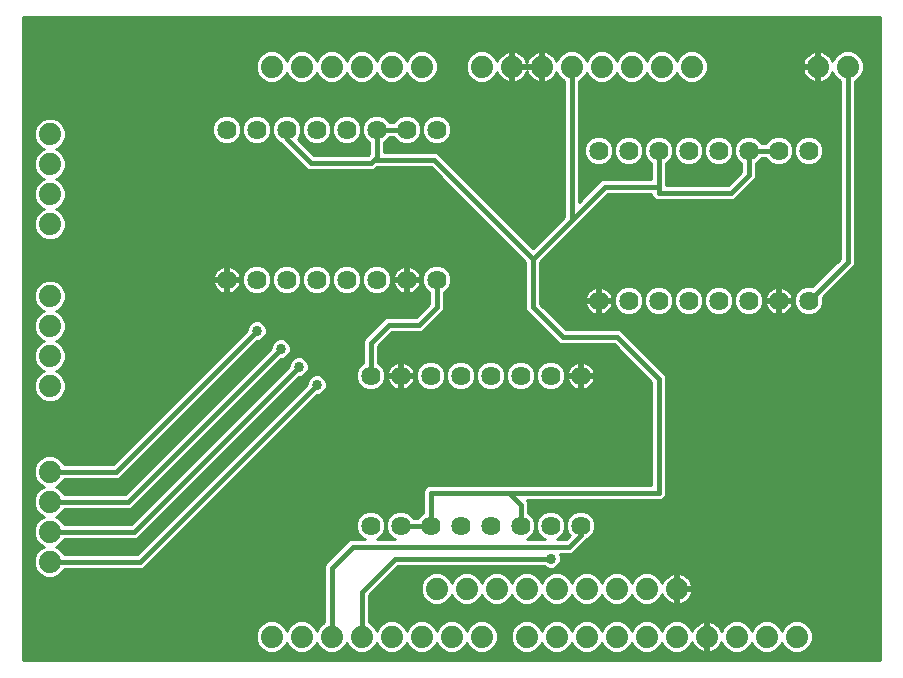
<source format=gbl>
G75*
%MOIN*%
%OFA0B0*%
%FSLAX25Y25*%
%IPPOS*%
%LPD*%
%AMOC8*
5,1,8,0,0,1.08239X$1,22.5*
%
%ADD10C,0.07400*%
%ADD11C,0.06400*%
%ADD12C,0.01000*%
%ADD13C,0.03378*%
%ADD14C,0.01600*%
D10*
X0045000Y0059000D03*
X0045000Y0069000D03*
X0045000Y0079000D03*
X0045000Y0089000D03*
X0045000Y0117500D03*
X0045000Y0127500D03*
X0045000Y0137500D03*
X0045000Y0147500D03*
X0045000Y0171500D03*
X0045000Y0181500D03*
X0045000Y0191500D03*
X0045000Y0201500D03*
X0119000Y0224000D03*
X0129000Y0224000D03*
X0139000Y0224000D03*
X0149000Y0224000D03*
X0159000Y0224000D03*
X0169000Y0224000D03*
X0189000Y0224000D03*
X0199000Y0224000D03*
X0209000Y0224000D03*
X0219000Y0224000D03*
X0229000Y0224000D03*
X0239000Y0224000D03*
X0249000Y0224000D03*
X0259000Y0224000D03*
X0301000Y0224000D03*
X0311000Y0224000D03*
X0254000Y0050000D03*
X0244000Y0050000D03*
X0234000Y0050000D03*
X0224000Y0050000D03*
X0214000Y0050000D03*
X0204000Y0050000D03*
X0194000Y0050000D03*
X0184000Y0050000D03*
X0174000Y0050000D03*
X0169000Y0034000D03*
X0159000Y0034000D03*
X0149000Y0034000D03*
X0139000Y0034000D03*
X0129000Y0034000D03*
X0119000Y0034000D03*
X0179000Y0034000D03*
X0189000Y0034000D03*
X0204000Y0034000D03*
X0214000Y0034000D03*
X0224000Y0034000D03*
X0234000Y0034000D03*
X0244000Y0034000D03*
X0254000Y0034000D03*
X0264000Y0034000D03*
X0274000Y0034000D03*
X0284000Y0034000D03*
X0294000Y0034000D03*
D11*
X0222000Y0071000D03*
X0212000Y0071000D03*
X0202000Y0071000D03*
X0192000Y0071000D03*
X0182000Y0071000D03*
X0172000Y0071000D03*
X0162000Y0071000D03*
X0152000Y0071000D03*
X0152000Y0121000D03*
X0162000Y0121000D03*
X0172000Y0121000D03*
X0182000Y0121000D03*
X0192000Y0121000D03*
X0202000Y0121000D03*
X0212000Y0121000D03*
X0222000Y0121000D03*
X0228000Y0146000D03*
X0238000Y0146000D03*
X0248000Y0146000D03*
X0258000Y0146000D03*
X0268000Y0146000D03*
X0278000Y0146000D03*
X0288000Y0146000D03*
X0298000Y0146000D03*
X0298000Y0196000D03*
X0288000Y0196000D03*
X0278000Y0196000D03*
X0268000Y0196000D03*
X0258000Y0196000D03*
X0248000Y0196000D03*
X0238000Y0196000D03*
X0228000Y0196000D03*
X0174000Y0203000D03*
X0164000Y0203000D03*
X0154000Y0203000D03*
X0144000Y0203000D03*
X0134000Y0203000D03*
X0124000Y0203000D03*
X0114000Y0203000D03*
X0104000Y0203000D03*
X0104000Y0153000D03*
X0114000Y0153000D03*
X0124000Y0153000D03*
X0134000Y0153000D03*
X0144000Y0153000D03*
X0154000Y0153000D03*
X0164000Y0153000D03*
X0174000Y0153000D03*
D12*
X0036100Y0026100D02*
X0321900Y0026100D01*
X0321900Y0240400D01*
X0036100Y0240400D01*
X0036100Y0026100D01*
X0036100Y0026996D02*
X0321900Y0026996D01*
X0321900Y0027994D02*
X0036100Y0027994D01*
X0036100Y0028993D02*
X0116978Y0028993D01*
X0117926Y0028600D02*
X0120074Y0028600D01*
X0122059Y0029422D01*
X0123578Y0030941D01*
X0124000Y0031960D01*
X0124422Y0030941D01*
X0125941Y0029422D01*
X0127926Y0028600D01*
X0130074Y0028600D01*
X0132059Y0029422D01*
X0133578Y0030941D01*
X0134000Y0031960D01*
X0134422Y0030941D01*
X0135941Y0029422D01*
X0137926Y0028600D01*
X0140074Y0028600D01*
X0142059Y0029422D01*
X0143578Y0030941D01*
X0144000Y0031960D01*
X0144422Y0030941D01*
X0145941Y0029422D01*
X0147926Y0028600D01*
X0150074Y0028600D01*
X0152059Y0029422D01*
X0153578Y0030941D01*
X0154000Y0031960D01*
X0154422Y0030941D01*
X0155941Y0029422D01*
X0157926Y0028600D01*
X0160074Y0028600D01*
X0162059Y0029422D01*
X0163578Y0030941D01*
X0164000Y0031960D01*
X0164422Y0030941D01*
X0165941Y0029422D01*
X0167926Y0028600D01*
X0170074Y0028600D01*
X0172059Y0029422D01*
X0173578Y0030941D01*
X0174000Y0031960D01*
X0174422Y0030941D01*
X0175941Y0029422D01*
X0177926Y0028600D01*
X0180074Y0028600D01*
X0182059Y0029422D01*
X0183578Y0030941D01*
X0184000Y0031960D01*
X0184422Y0030941D01*
X0185941Y0029422D01*
X0187926Y0028600D01*
X0190074Y0028600D01*
X0192059Y0029422D01*
X0193578Y0030941D01*
X0194400Y0032926D01*
X0194400Y0035074D01*
X0193578Y0037059D01*
X0192059Y0038578D01*
X0190074Y0039400D01*
X0187926Y0039400D01*
X0185941Y0038578D01*
X0184422Y0037059D01*
X0184000Y0036040D01*
X0183578Y0037059D01*
X0182059Y0038578D01*
X0180074Y0039400D01*
X0177926Y0039400D01*
X0175941Y0038578D01*
X0174422Y0037059D01*
X0174000Y0036040D01*
X0173578Y0037059D01*
X0172059Y0038578D01*
X0170074Y0039400D01*
X0167926Y0039400D01*
X0165941Y0038578D01*
X0164422Y0037059D01*
X0164000Y0036040D01*
X0163578Y0037059D01*
X0162059Y0038578D01*
X0160074Y0039400D01*
X0157926Y0039400D01*
X0155941Y0038578D01*
X0154422Y0037059D01*
X0154000Y0036040D01*
X0153578Y0037059D01*
X0152059Y0038578D01*
X0151500Y0038809D01*
X0151500Y0047964D01*
X0168998Y0047964D01*
X0168600Y0048926D02*
X0169422Y0046941D01*
X0170941Y0045422D01*
X0172926Y0044600D01*
X0175074Y0044600D01*
X0177059Y0045422D01*
X0178578Y0046941D01*
X0179000Y0047960D01*
X0179422Y0046941D01*
X0180941Y0045422D01*
X0182926Y0044600D01*
X0185074Y0044600D01*
X0187059Y0045422D01*
X0188578Y0046941D01*
X0189000Y0047960D01*
X0189422Y0046941D01*
X0190941Y0045422D01*
X0192926Y0044600D01*
X0195074Y0044600D01*
X0197059Y0045422D01*
X0198578Y0046941D01*
X0199000Y0047960D01*
X0199422Y0046941D01*
X0200941Y0045422D01*
X0202926Y0044600D01*
X0205074Y0044600D01*
X0207059Y0045422D01*
X0208578Y0046941D01*
X0209000Y0047960D01*
X0209422Y0046941D01*
X0210941Y0045422D01*
X0212926Y0044600D01*
X0215074Y0044600D01*
X0217059Y0045422D01*
X0218578Y0046941D01*
X0219000Y0047960D01*
X0219422Y0046941D01*
X0220941Y0045422D01*
X0222926Y0044600D01*
X0225074Y0044600D01*
X0227059Y0045422D01*
X0228578Y0046941D01*
X0229000Y0047960D01*
X0229422Y0046941D01*
X0230941Y0045422D01*
X0232926Y0044600D01*
X0235074Y0044600D01*
X0237059Y0045422D01*
X0238578Y0046941D01*
X0239000Y0047960D01*
X0239422Y0046941D01*
X0240941Y0045422D01*
X0242926Y0044600D01*
X0245074Y0044600D01*
X0247059Y0045422D01*
X0248578Y0046941D01*
X0249109Y0048224D01*
X0249181Y0048004D01*
X0249553Y0047275D01*
X0250034Y0046612D01*
X0250612Y0046034D01*
X0251275Y0045553D01*
X0252004Y0045181D01*
X0252782Y0044928D01*
X0253500Y0044814D01*
X0253500Y0049500D01*
X0254500Y0049500D01*
X0254500Y0050500D01*
X0253500Y0050500D01*
X0253500Y0055186D01*
X0252782Y0055072D01*
X0252004Y0054819D01*
X0251275Y0054447D01*
X0250612Y0053966D01*
X0250034Y0053388D01*
X0249553Y0052725D01*
X0249181Y0051996D01*
X0249109Y0051776D01*
X0248578Y0053059D01*
X0247059Y0054578D01*
X0245074Y0055400D01*
X0242926Y0055400D01*
X0240941Y0054578D01*
X0239422Y0053059D01*
X0239000Y0052040D01*
X0238578Y0053059D01*
X0237059Y0054578D01*
X0235074Y0055400D01*
X0232926Y0055400D01*
X0230941Y0054578D01*
X0229422Y0053059D01*
X0229000Y0052040D01*
X0228578Y0053059D01*
X0227059Y0054578D01*
X0225074Y0055400D01*
X0222926Y0055400D01*
X0220941Y0054578D01*
X0219422Y0053059D01*
X0219000Y0052040D01*
X0218578Y0053059D01*
X0217059Y0054578D01*
X0215074Y0055400D01*
X0212926Y0055400D01*
X0210941Y0054578D01*
X0209422Y0053059D01*
X0209000Y0052040D01*
X0208578Y0053059D01*
X0207059Y0054578D01*
X0205074Y0055400D01*
X0202926Y0055400D01*
X0200941Y0054578D01*
X0199422Y0053059D01*
X0199000Y0052040D01*
X0198578Y0053059D01*
X0197059Y0054578D01*
X0195074Y0055400D01*
X0192926Y0055400D01*
X0190941Y0054578D01*
X0189422Y0053059D01*
X0189000Y0052040D01*
X0188578Y0053059D01*
X0187059Y0054578D01*
X0185074Y0055400D01*
X0182926Y0055400D01*
X0180941Y0054578D01*
X0179422Y0053059D01*
X0179000Y0052040D01*
X0178578Y0053059D01*
X0177059Y0054578D01*
X0175074Y0055400D01*
X0172926Y0055400D01*
X0170941Y0054578D01*
X0169422Y0053059D01*
X0168600Y0051074D01*
X0168600Y0048926D01*
X0168600Y0048963D02*
X0152498Y0048963D01*
X0151500Y0047964D02*
X0161036Y0057500D01*
X0209707Y0057500D01*
X0210080Y0057127D01*
X0211326Y0056611D01*
X0212674Y0056611D01*
X0213920Y0057127D01*
X0214873Y0058080D01*
X0215389Y0059326D01*
X0215389Y0060674D01*
X0215047Y0061500D01*
X0218497Y0061500D01*
X0219416Y0061881D01*
X0223416Y0065881D01*
X0224103Y0066567D01*
X0224776Y0066846D01*
X0226154Y0068224D01*
X0226900Y0070025D01*
X0226900Y0071975D01*
X0226154Y0073776D01*
X0224776Y0075154D01*
X0222975Y0075900D01*
X0221025Y0075900D01*
X0219224Y0075154D01*
X0217846Y0073776D01*
X0217100Y0071975D01*
X0217100Y0070025D01*
X0217846Y0068224D01*
X0218267Y0067803D01*
X0216964Y0066500D01*
X0213940Y0066500D01*
X0214776Y0066846D01*
X0216154Y0068224D01*
X0216900Y0070025D01*
X0216900Y0071975D01*
X0216154Y0073776D01*
X0214776Y0075154D01*
X0212975Y0075900D01*
X0211025Y0075900D01*
X0209224Y0075154D01*
X0207846Y0073776D01*
X0207100Y0071975D01*
X0207100Y0070025D01*
X0207846Y0068224D01*
X0209224Y0066846D01*
X0210060Y0066500D01*
X0203940Y0066500D01*
X0204776Y0066846D01*
X0206154Y0068224D01*
X0206900Y0070025D01*
X0206900Y0071975D01*
X0206154Y0073776D01*
X0204776Y0075154D01*
X0204500Y0075268D01*
X0204500Y0078497D01*
X0204119Y0079416D01*
X0204036Y0079500D01*
X0248497Y0079500D01*
X0249416Y0079881D01*
X0250119Y0080584D01*
X0250500Y0081503D01*
X0250500Y0120497D01*
X0250119Y0121416D01*
X0236119Y0135416D01*
X0235416Y0136119D01*
X0234497Y0136500D01*
X0217036Y0136500D01*
X0208500Y0145036D01*
X0208500Y0158964D01*
X0220416Y0170881D01*
X0221119Y0171584D01*
X0231036Y0181500D01*
X0245501Y0181500D01*
X0245881Y0180584D01*
X0246584Y0179881D01*
X0247503Y0179500D01*
X0272497Y0179500D01*
X0273416Y0179881D01*
X0279416Y0185881D01*
X0280119Y0186584D01*
X0280500Y0187503D01*
X0280500Y0191732D01*
X0280776Y0191846D01*
X0282154Y0193224D01*
X0282268Y0193500D01*
X0283732Y0193500D01*
X0283846Y0193224D01*
X0285224Y0191846D01*
X0287025Y0191100D01*
X0288975Y0191100D01*
X0290776Y0191846D01*
X0292154Y0193224D01*
X0292900Y0195025D01*
X0292900Y0196975D01*
X0292154Y0198776D01*
X0290776Y0200154D01*
X0288975Y0200900D01*
X0287025Y0200900D01*
X0285224Y0200154D01*
X0283846Y0198776D01*
X0283732Y0198500D01*
X0282268Y0198500D01*
X0282154Y0198776D01*
X0280776Y0200154D01*
X0278975Y0200900D01*
X0277025Y0200900D01*
X0275224Y0200154D01*
X0273846Y0198776D01*
X0273100Y0196975D01*
X0273100Y0195025D01*
X0273846Y0193224D01*
X0275224Y0191846D01*
X0275500Y0191732D01*
X0275500Y0189036D01*
X0270964Y0184500D01*
X0250500Y0184500D01*
X0250500Y0191732D01*
X0250776Y0191846D01*
X0252154Y0193224D01*
X0252900Y0195025D01*
X0252900Y0196975D01*
X0252154Y0198776D01*
X0250776Y0200154D01*
X0248975Y0200900D01*
X0247025Y0200900D01*
X0245224Y0200154D01*
X0243846Y0198776D01*
X0243100Y0196975D01*
X0243100Y0195025D01*
X0243846Y0193224D01*
X0245224Y0191846D01*
X0245500Y0191732D01*
X0245500Y0186500D01*
X0229503Y0186500D01*
X0228584Y0186119D01*
X0221500Y0179036D01*
X0221500Y0219191D01*
X0222059Y0219422D01*
X0223578Y0220941D01*
X0224000Y0221960D01*
X0224422Y0220941D01*
X0225941Y0219422D01*
X0227926Y0218600D01*
X0230074Y0218600D01*
X0232059Y0219422D01*
X0233578Y0220941D01*
X0234000Y0221960D01*
X0234422Y0220941D01*
X0235941Y0219422D01*
X0237926Y0218600D01*
X0240074Y0218600D01*
X0242059Y0219422D01*
X0243578Y0220941D01*
X0244000Y0221960D01*
X0244422Y0220941D01*
X0245941Y0219422D01*
X0247926Y0218600D01*
X0250074Y0218600D01*
X0252059Y0219422D01*
X0253578Y0220941D01*
X0254000Y0221960D01*
X0254422Y0220941D01*
X0255941Y0219422D01*
X0257926Y0218600D01*
X0260074Y0218600D01*
X0262059Y0219422D01*
X0263578Y0220941D01*
X0264400Y0222926D01*
X0264400Y0225074D01*
X0263578Y0227059D01*
X0262059Y0228578D01*
X0260074Y0229400D01*
X0257926Y0229400D01*
X0255941Y0228578D01*
X0254422Y0227059D01*
X0254000Y0226040D01*
X0253578Y0227059D01*
X0252059Y0228578D01*
X0250074Y0229400D01*
X0247926Y0229400D01*
X0245941Y0228578D01*
X0244422Y0227059D01*
X0244000Y0226040D01*
X0243578Y0227059D01*
X0242059Y0228578D01*
X0240074Y0229400D01*
X0237926Y0229400D01*
X0235941Y0228578D01*
X0234422Y0227059D01*
X0234000Y0226040D01*
X0233578Y0227059D01*
X0232059Y0228578D01*
X0230074Y0229400D01*
X0227926Y0229400D01*
X0225941Y0228578D01*
X0224422Y0227059D01*
X0224000Y0226040D01*
X0223578Y0227059D01*
X0222059Y0228578D01*
X0220074Y0229400D01*
X0217926Y0229400D01*
X0215941Y0228578D01*
X0214422Y0227059D01*
X0213891Y0225776D01*
X0213819Y0225996D01*
X0213447Y0226725D01*
X0212966Y0227388D01*
X0212388Y0227966D01*
X0211725Y0228447D01*
X0210996Y0228819D01*
X0210218Y0229072D01*
X0209500Y0229186D01*
X0209500Y0224500D01*
X0208500Y0224500D01*
X0208500Y0229186D01*
X0207782Y0229072D01*
X0207004Y0228819D01*
X0206275Y0228447D01*
X0205612Y0227966D01*
X0205034Y0227388D01*
X0204553Y0226725D01*
X0204181Y0225996D01*
X0204000Y0225439D01*
X0203819Y0225996D01*
X0203447Y0226725D01*
X0202966Y0227388D01*
X0202388Y0227966D01*
X0201725Y0228447D01*
X0200996Y0228819D01*
X0200218Y0229072D01*
X0199500Y0229186D01*
X0199500Y0224500D01*
X0198500Y0224500D01*
X0198500Y0229186D01*
X0197782Y0229072D01*
X0197004Y0228819D01*
X0196275Y0228447D01*
X0195612Y0227966D01*
X0195034Y0227388D01*
X0194553Y0226725D01*
X0194181Y0225996D01*
X0194109Y0225776D01*
X0193578Y0227059D01*
X0192059Y0228578D01*
X0190074Y0229400D01*
X0187926Y0229400D01*
X0185941Y0228578D01*
X0184422Y0227059D01*
X0183600Y0225074D01*
X0183600Y0222926D01*
X0184422Y0220941D01*
X0185941Y0219422D01*
X0187926Y0218600D01*
X0190074Y0218600D01*
X0192059Y0219422D01*
X0193578Y0220941D01*
X0194109Y0222224D01*
X0194181Y0222004D01*
X0194553Y0221275D01*
X0195034Y0220612D01*
X0195612Y0220034D01*
X0196275Y0219553D01*
X0197004Y0219181D01*
X0197782Y0218928D01*
X0198500Y0218814D01*
X0198500Y0223500D01*
X0199500Y0223500D01*
X0199500Y0224500D01*
X0204186Y0224500D01*
X0208500Y0224500D01*
X0208500Y0223500D01*
X0209500Y0223500D01*
X0209500Y0218814D01*
X0210218Y0218928D01*
X0210996Y0219181D01*
X0211725Y0219553D01*
X0212388Y0220034D01*
X0212966Y0220612D01*
X0213447Y0221275D01*
X0213819Y0222004D01*
X0213891Y0222224D01*
X0214422Y0220941D01*
X0215941Y0219422D01*
X0216500Y0219191D01*
X0216500Y0174036D01*
X0206000Y0163536D01*
X0174416Y0195119D01*
X0173497Y0195500D01*
X0156500Y0195500D01*
X0156500Y0198732D01*
X0156776Y0198846D01*
X0158154Y0200224D01*
X0158268Y0200500D01*
X0159732Y0200500D01*
X0159846Y0200224D01*
X0161224Y0198846D01*
X0163025Y0198100D01*
X0164975Y0198100D01*
X0166776Y0198846D01*
X0168154Y0200224D01*
X0168900Y0202025D01*
X0168900Y0203975D01*
X0168154Y0205776D01*
X0166776Y0207154D01*
X0164975Y0207900D01*
X0163025Y0207900D01*
X0161224Y0207154D01*
X0159846Y0205776D01*
X0159732Y0205500D01*
X0158268Y0205500D01*
X0158154Y0205776D01*
X0156776Y0207154D01*
X0154975Y0207900D01*
X0153025Y0207900D01*
X0151224Y0207154D01*
X0149846Y0205776D01*
X0149100Y0203975D01*
X0149100Y0202025D01*
X0149846Y0200224D01*
X0151224Y0198846D01*
X0151500Y0198732D01*
X0151500Y0195036D01*
X0150964Y0194500D01*
X0133036Y0194500D01*
X0127733Y0199803D01*
X0128154Y0200224D01*
X0128900Y0202025D01*
X0128900Y0203975D01*
X0128154Y0205776D01*
X0126776Y0207154D01*
X0124975Y0207900D01*
X0123025Y0207900D01*
X0121224Y0207154D01*
X0119846Y0205776D01*
X0119100Y0203975D01*
X0119100Y0202025D01*
X0119846Y0200224D01*
X0121224Y0198846D01*
X0121897Y0198567D01*
X0129881Y0190584D01*
X0130584Y0189881D01*
X0131503Y0189500D01*
X0152497Y0189500D01*
X0153416Y0189881D01*
X0154036Y0190500D01*
X0171964Y0190500D01*
X0203500Y0158964D01*
X0203500Y0143503D01*
X0203881Y0142584D01*
X0204584Y0141881D01*
X0214584Y0131881D01*
X0215503Y0131500D01*
X0232964Y0131500D01*
X0245500Y0118964D01*
X0245500Y0084500D01*
X0171503Y0084500D01*
X0170584Y0084119D01*
X0169881Y0083416D01*
X0169500Y0082497D01*
X0169500Y0075268D01*
X0169224Y0075154D01*
X0167846Y0073776D01*
X0167732Y0073500D01*
X0166268Y0073500D01*
X0166154Y0073776D01*
X0164776Y0075154D01*
X0162975Y0075900D01*
X0161025Y0075900D01*
X0159224Y0075154D01*
X0157846Y0073776D01*
X0157100Y0071975D01*
X0157100Y0070025D01*
X0157846Y0068224D01*
X0159224Y0066846D01*
X0160060Y0066500D01*
X0153940Y0066500D01*
X0154776Y0066846D01*
X0156154Y0068224D01*
X0156900Y0070025D01*
X0156900Y0071975D01*
X0156154Y0073776D01*
X0154776Y0075154D01*
X0152975Y0075900D01*
X0151025Y0075900D01*
X0149224Y0075154D01*
X0147846Y0073776D01*
X0147100Y0071975D01*
X0147100Y0070025D01*
X0147846Y0068224D01*
X0149224Y0066846D01*
X0150060Y0066500D01*
X0145503Y0066500D01*
X0144584Y0066119D01*
X0143881Y0065416D01*
X0136881Y0058416D01*
X0136500Y0057497D01*
X0136500Y0038809D01*
X0135941Y0038578D01*
X0134422Y0037059D01*
X0134000Y0036040D01*
X0133578Y0037059D01*
X0132059Y0038578D01*
X0130074Y0039400D01*
X0127926Y0039400D01*
X0125941Y0038578D01*
X0124422Y0037059D01*
X0124000Y0036040D01*
X0123578Y0037059D01*
X0122059Y0038578D01*
X0120074Y0039400D01*
X0117926Y0039400D01*
X0115941Y0038578D01*
X0114422Y0037059D01*
X0113600Y0035074D01*
X0113600Y0032926D01*
X0114422Y0030941D01*
X0115941Y0029422D01*
X0117926Y0028600D01*
X0115372Y0029991D02*
X0036100Y0029991D01*
X0036100Y0030990D02*
X0114402Y0030990D01*
X0113988Y0031988D02*
X0036100Y0031988D01*
X0036100Y0032987D02*
X0113600Y0032987D01*
X0113600Y0033985D02*
X0036100Y0033985D01*
X0036100Y0034984D02*
X0113600Y0034984D01*
X0113976Y0035982D02*
X0036100Y0035982D01*
X0036100Y0036981D02*
X0114390Y0036981D01*
X0115342Y0037979D02*
X0036100Y0037979D01*
X0036100Y0038978D02*
X0116906Y0038978D01*
X0121094Y0038978D02*
X0126906Y0038978D01*
X0125342Y0037979D02*
X0122658Y0037979D01*
X0123610Y0036981D02*
X0124390Y0036981D01*
X0131094Y0038978D02*
X0136500Y0038978D01*
X0136500Y0039976D02*
X0036100Y0039976D01*
X0036100Y0040975D02*
X0136500Y0040975D01*
X0136500Y0041973D02*
X0036100Y0041973D01*
X0036100Y0042972D02*
X0136500Y0042972D01*
X0136500Y0043970D02*
X0036100Y0043970D01*
X0036100Y0044969D02*
X0136500Y0044969D01*
X0136500Y0045967D02*
X0036100Y0045967D01*
X0036100Y0046966D02*
X0136500Y0046966D01*
X0136500Y0047964D02*
X0036100Y0047964D01*
X0036100Y0048963D02*
X0136500Y0048963D01*
X0136500Y0049961D02*
X0036100Y0049961D01*
X0036100Y0050960D02*
X0136500Y0050960D01*
X0136500Y0051958D02*
X0036100Y0051958D01*
X0036100Y0052957D02*
X0136500Y0052957D01*
X0136500Y0053955D02*
X0046932Y0053955D01*
X0046074Y0053600D02*
X0048059Y0054422D01*
X0049578Y0055941D01*
X0049809Y0056500D01*
X0075497Y0056500D01*
X0076416Y0056881D01*
X0134147Y0114611D01*
X0134674Y0114611D01*
X0135920Y0115127D01*
X0136873Y0116080D01*
X0137389Y0117326D01*
X0137389Y0118674D01*
X0136873Y0119920D01*
X0135920Y0120873D01*
X0134674Y0121389D01*
X0133326Y0121389D01*
X0132080Y0120873D01*
X0131127Y0119920D01*
X0130611Y0118674D01*
X0130611Y0118147D01*
X0073964Y0061500D01*
X0049809Y0061500D01*
X0049578Y0062059D01*
X0048059Y0063578D01*
X0047040Y0064000D01*
X0048059Y0064422D01*
X0049578Y0065941D01*
X0049809Y0066500D01*
X0073497Y0066500D01*
X0074416Y0066881D01*
X0128147Y0120611D01*
X0128674Y0120611D01*
X0129920Y0121127D01*
X0130873Y0122080D01*
X0131389Y0123326D01*
X0131389Y0124674D01*
X0130873Y0125920D01*
X0129920Y0126873D01*
X0128674Y0127389D01*
X0127326Y0127389D01*
X0126080Y0126873D01*
X0125127Y0125920D01*
X0124611Y0124674D01*
X0124611Y0124147D01*
X0071964Y0071500D01*
X0049809Y0071500D01*
X0049578Y0072059D01*
X0048059Y0073578D01*
X0047040Y0074000D01*
X0048059Y0074422D01*
X0049578Y0075941D01*
X0049809Y0076500D01*
X0071497Y0076500D01*
X0072416Y0076881D01*
X0122147Y0126611D01*
X0122674Y0126611D01*
X0123920Y0127127D01*
X0124873Y0128080D01*
X0125389Y0129326D01*
X0125389Y0130674D01*
X0124873Y0131920D01*
X0123920Y0132873D01*
X0122674Y0133389D01*
X0121326Y0133389D01*
X0120080Y0132873D01*
X0119127Y0131920D01*
X0118611Y0130674D01*
X0118611Y0130147D01*
X0069964Y0081500D01*
X0049809Y0081500D01*
X0049578Y0082059D01*
X0048059Y0083578D01*
X0047040Y0084000D01*
X0048059Y0084422D01*
X0049578Y0085941D01*
X0049809Y0086500D01*
X0067497Y0086500D01*
X0068416Y0086881D01*
X0114147Y0132611D01*
X0114674Y0132611D01*
X0115920Y0133127D01*
X0116873Y0134080D01*
X0117389Y0135326D01*
X0117389Y0136674D01*
X0116873Y0137920D01*
X0115920Y0138873D01*
X0114674Y0139389D01*
X0113326Y0139389D01*
X0112080Y0138873D01*
X0111127Y0137920D01*
X0110611Y0136674D01*
X0110611Y0136147D01*
X0065964Y0091500D01*
X0049809Y0091500D01*
X0049578Y0092059D01*
X0048059Y0093578D01*
X0046074Y0094400D01*
X0043926Y0094400D01*
X0041941Y0093578D01*
X0040422Y0092059D01*
X0039600Y0090074D01*
X0039600Y0087926D01*
X0040422Y0085941D01*
X0041941Y0084422D01*
X0042960Y0084000D01*
X0041941Y0083578D01*
X0040422Y0082059D01*
X0039600Y0080074D01*
X0039600Y0077926D01*
X0040422Y0075941D01*
X0041941Y0074422D01*
X0042960Y0074000D01*
X0041941Y0073578D01*
X0040422Y0072059D01*
X0039600Y0070074D01*
X0039600Y0067926D01*
X0040422Y0065941D01*
X0041941Y0064422D01*
X0042960Y0064000D01*
X0041941Y0063578D01*
X0040422Y0062059D01*
X0039600Y0060074D01*
X0039600Y0057926D01*
X0040422Y0055941D01*
X0041941Y0054422D01*
X0043926Y0053600D01*
X0046074Y0053600D01*
X0048591Y0054954D02*
X0136500Y0054954D01*
X0136500Y0055952D02*
X0049583Y0055952D01*
X0043068Y0053955D02*
X0036100Y0053955D01*
X0036100Y0054954D02*
X0041409Y0054954D01*
X0040417Y0055952D02*
X0036100Y0055952D01*
X0036100Y0056951D02*
X0040004Y0056951D01*
X0039600Y0057949D02*
X0036100Y0057949D01*
X0036100Y0058948D02*
X0039600Y0058948D01*
X0039600Y0059946D02*
X0036100Y0059946D01*
X0036100Y0060945D02*
X0039961Y0060945D01*
X0040374Y0061943D02*
X0036100Y0061943D01*
X0036100Y0062942D02*
X0041305Y0062942D01*
X0042816Y0063940D02*
X0036100Y0063940D01*
X0036100Y0064939D02*
X0041424Y0064939D01*
X0040426Y0065937D02*
X0036100Y0065937D01*
X0036100Y0066936D02*
X0040010Y0066936D01*
X0039600Y0067934D02*
X0036100Y0067934D01*
X0036100Y0068933D02*
X0039600Y0068933D01*
X0039600Y0069932D02*
X0036100Y0069932D01*
X0036100Y0070930D02*
X0039955Y0070930D01*
X0040368Y0071929D02*
X0036100Y0071929D01*
X0036100Y0072927D02*
X0041290Y0072927D01*
X0042781Y0073926D02*
X0036100Y0073926D01*
X0036100Y0074924D02*
X0041439Y0074924D01*
X0040441Y0075923D02*
X0036100Y0075923D01*
X0036100Y0076921D02*
X0040016Y0076921D01*
X0039603Y0077920D02*
X0036100Y0077920D01*
X0036100Y0078918D02*
X0039600Y0078918D01*
X0039600Y0079917D02*
X0036100Y0079917D01*
X0036100Y0080915D02*
X0039948Y0080915D01*
X0040362Y0081914D02*
X0036100Y0081914D01*
X0036100Y0082912D02*
X0041275Y0082912D01*
X0042745Y0083911D02*
X0036100Y0083911D01*
X0036100Y0084909D02*
X0041454Y0084909D01*
X0040456Y0085908D02*
X0036100Y0085908D01*
X0036100Y0086906D02*
X0040022Y0086906D01*
X0039609Y0087905D02*
X0036100Y0087905D01*
X0036100Y0088903D02*
X0039600Y0088903D01*
X0039600Y0089902D02*
X0036100Y0089902D01*
X0036100Y0090900D02*
X0039942Y0090900D01*
X0040356Y0091899D02*
X0036100Y0091899D01*
X0036100Y0092897D02*
X0041261Y0092897D01*
X0042709Y0093896D02*
X0036100Y0093896D01*
X0036100Y0094894D02*
X0069359Y0094894D01*
X0068360Y0093896D02*
X0047291Y0093896D01*
X0048739Y0092897D02*
X0067362Y0092897D01*
X0066363Y0091899D02*
X0049644Y0091899D01*
X0049544Y0085908D02*
X0074372Y0085908D01*
X0075371Y0086906D02*
X0068442Y0086906D01*
X0069440Y0087905D02*
X0076369Y0087905D01*
X0077368Y0088903D02*
X0070439Y0088903D01*
X0071437Y0089902D02*
X0078366Y0089902D01*
X0079365Y0090900D02*
X0072436Y0090900D01*
X0073434Y0091899D02*
X0080363Y0091899D01*
X0081362Y0092897D02*
X0074433Y0092897D01*
X0075431Y0093896D02*
X0082360Y0093896D01*
X0083359Y0094894D02*
X0076430Y0094894D01*
X0077428Y0095893D02*
X0084357Y0095893D01*
X0085356Y0096891D02*
X0078427Y0096891D01*
X0079425Y0097890D02*
X0086354Y0097890D01*
X0087353Y0098888D02*
X0080424Y0098888D01*
X0081422Y0099887D02*
X0088351Y0099887D01*
X0089350Y0100885D02*
X0082421Y0100885D01*
X0083419Y0101884D02*
X0090348Y0101884D01*
X0091347Y0102882D02*
X0084418Y0102882D01*
X0085416Y0103881D02*
X0092345Y0103881D01*
X0093344Y0104879D02*
X0086415Y0104879D01*
X0087413Y0105878D02*
X0094342Y0105878D01*
X0095341Y0106876D02*
X0088412Y0106876D01*
X0089410Y0107875D02*
X0096339Y0107875D01*
X0097338Y0108873D02*
X0090409Y0108873D01*
X0091408Y0109872D02*
X0098336Y0109872D01*
X0099335Y0110870D02*
X0092406Y0110870D01*
X0093405Y0111869D02*
X0100333Y0111869D01*
X0101332Y0112868D02*
X0094403Y0112868D01*
X0095402Y0113866D02*
X0102330Y0113866D01*
X0103329Y0114865D02*
X0096400Y0114865D01*
X0097399Y0115863D02*
X0104328Y0115863D01*
X0105326Y0116862D02*
X0098397Y0116862D01*
X0099396Y0117860D02*
X0106325Y0117860D01*
X0107323Y0118859D02*
X0100394Y0118859D01*
X0101393Y0119857D02*
X0108322Y0119857D01*
X0109320Y0120856D02*
X0102391Y0120856D01*
X0103390Y0121854D02*
X0110319Y0121854D01*
X0111317Y0122853D02*
X0104388Y0122853D01*
X0105387Y0123851D02*
X0112316Y0123851D01*
X0113314Y0124850D02*
X0106385Y0124850D01*
X0107384Y0125848D02*
X0114313Y0125848D01*
X0115311Y0126847D02*
X0108382Y0126847D01*
X0109381Y0127845D02*
X0116310Y0127845D01*
X0117308Y0128844D02*
X0110379Y0128844D01*
X0111378Y0129842D02*
X0118307Y0129842D01*
X0118680Y0130841D02*
X0112376Y0130841D01*
X0113375Y0131839D02*
X0119094Y0131839D01*
X0120045Y0132838D02*
X0115221Y0132838D01*
X0116629Y0133836D02*
X0150301Y0133836D01*
X0149881Y0133416D02*
X0149500Y0132497D01*
X0149500Y0125268D01*
X0149224Y0125154D01*
X0147846Y0123776D01*
X0147100Y0121975D01*
X0147100Y0120025D01*
X0147846Y0118224D01*
X0149224Y0116846D01*
X0151025Y0116100D01*
X0152975Y0116100D01*
X0154776Y0116846D01*
X0156154Y0118224D01*
X0156900Y0120025D01*
X0156900Y0121975D01*
X0156154Y0123776D01*
X0154776Y0125154D01*
X0154500Y0125268D01*
X0154500Y0130964D01*
X0159036Y0135500D01*
X0168497Y0135500D01*
X0169416Y0135881D01*
X0175416Y0141881D01*
X0176119Y0142584D01*
X0176500Y0143503D01*
X0176500Y0148732D01*
X0176776Y0148846D01*
X0178154Y0150224D01*
X0178900Y0152025D01*
X0178900Y0153975D01*
X0178154Y0155776D01*
X0176776Y0157154D01*
X0174975Y0157900D01*
X0173025Y0157900D01*
X0171224Y0157154D01*
X0169846Y0155776D01*
X0169100Y0153975D01*
X0169100Y0152025D01*
X0169846Y0150224D01*
X0171224Y0148846D01*
X0171500Y0148732D01*
X0171500Y0145036D01*
X0166964Y0140500D01*
X0157503Y0140500D01*
X0156584Y0140119D01*
X0155881Y0139416D01*
X0149881Y0133416D01*
X0149641Y0132838D02*
X0123955Y0132838D01*
X0124906Y0131839D02*
X0149500Y0131839D01*
X0149500Y0130841D02*
X0125320Y0130841D01*
X0125389Y0129842D02*
X0149500Y0129842D01*
X0149500Y0128844D02*
X0125189Y0128844D01*
X0124638Y0127845D02*
X0149500Y0127845D01*
X0149500Y0126847D02*
X0129946Y0126847D01*
X0130903Y0125848D02*
X0149500Y0125848D01*
X0148920Y0124850D02*
X0131316Y0124850D01*
X0131389Y0123851D02*
X0147921Y0123851D01*
X0147464Y0122853D02*
X0131193Y0122853D01*
X0130647Y0121854D02*
X0147100Y0121854D01*
X0147100Y0120856D02*
X0135937Y0120856D01*
X0136899Y0119857D02*
X0147170Y0119857D01*
X0147583Y0118859D02*
X0137313Y0118859D01*
X0137389Y0117860D02*
X0148210Y0117860D01*
X0149209Y0116862D02*
X0137197Y0116862D01*
X0136656Y0115863D02*
X0245500Y0115863D01*
X0245500Y0114865D02*
X0135286Y0114865D01*
X0133402Y0113866D02*
X0245500Y0113866D01*
X0245500Y0112868D02*
X0132403Y0112868D01*
X0131405Y0111869D02*
X0245500Y0111869D01*
X0245500Y0110870D02*
X0130406Y0110870D01*
X0129408Y0109872D02*
X0245500Y0109872D01*
X0245500Y0108873D02*
X0128409Y0108873D01*
X0127410Y0107875D02*
X0245500Y0107875D01*
X0245500Y0106876D02*
X0126412Y0106876D01*
X0125413Y0105878D02*
X0245500Y0105878D01*
X0245500Y0104879D02*
X0124415Y0104879D01*
X0123416Y0103881D02*
X0245500Y0103881D01*
X0245500Y0102882D02*
X0122418Y0102882D01*
X0121419Y0101884D02*
X0245500Y0101884D01*
X0245500Y0100885D02*
X0120421Y0100885D01*
X0119422Y0099887D02*
X0245500Y0099887D01*
X0245500Y0098888D02*
X0118424Y0098888D01*
X0117425Y0097890D02*
X0245500Y0097890D01*
X0245500Y0096891D02*
X0116427Y0096891D01*
X0115428Y0095893D02*
X0245500Y0095893D01*
X0245500Y0094894D02*
X0114430Y0094894D01*
X0113431Y0093896D02*
X0245500Y0093896D01*
X0245500Y0092897D02*
X0112433Y0092897D01*
X0111434Y0091899D02*
X0245500Y0091899D01*
X0245500Y0090900D02*
X0110436Y0090900D01*
X0109437Y0089902D02*
X0245500Y0089902D01*
X0245500Y0088903D02*
X0108439Y0088903D01*
X0107440Y0087905D02*
X0245500Y0087905D01*
X0245500Y0086906D02*
X0106442Y0086906D01*
X0105443Y0085908D02*
X0245500Y0085908D01*
X0245500Y0084909D02*
X0104445Y0084909D01*
X0103446Y0083911D02*
X0170375Y0083911D01*
X0169672Y0082912D02*
X0102448Y0082912D01*
X0101449Y0081914D02*
X0169500Y0081914D01*
X0169500Y0080915D02*
X0100451Y0080915D01*
X0099452Y0079917D02*
X0169500Y0079917D01*
X0169500Y0078918D02*
X0098454Y0078918D01*
X0097455Y0077920D02*
X0169500Y0077920D01*
X0169500Y0076921D02*
X0096457Y0076921D01*
X0095458Y0075923D02*
X0169500Y0075923D01*
X0168994Y0074924D02*
X0165006Y0074924D01*
X0166004Y0073926D02*
X0167996Y0073926D01*
X0158994Y0074924D02*
X0155006Y0074924D01*
X0156004Y0073926D02*
X0157996Y0073926D01*
X0157495Y0072927D02*
X0156505Y0072927D01*
X0156900Y0071929D02*
X0157100Y0071929D01*
X0157100Y0070930D02*
X0156900Y0070930D01*
X0156861Y0069932D02*
X0157139Y0069932D01*
X0157552Y0068933D02*
X0156448Y0068933D01*
X0155864Y0067934D02*
X0158136Y0067934D01*
X0159134Y0066936D02*
X0154866Y0066936D01*
X0149134Y0066936D02*
X0086472Y0066936D01*
X0087470Y0067934D02*
X0148136Y0067934D01*
X0147552Y0068933D02*
X0088469Y0068933D01*
X0089467Y0069932D02*
X0147139Y0069932D01*
X0147100Y0070930D02*
X0090466Y0070930D01*
X0091464Y0071929D02*
X0147100Y0071929D01*
X0147495Y0072927D02*
X0092463Y0072927D01*
X0093461Y0073926D02*
X0147996Y0073926D01*
X0148994Y0074924D02*
X0094460Y0074924D01*
X0090384Y0077920D02*
X0085455Y0077920D01*
X0086454Y0078918D02*
X0091383Y0078918D01*
X0092381Y0079917D02*
X0087452Y0079917D01*
X0088451Y0080915D02*
X0093380Y0080915D01*
X0094378Y0081914D02*
X0089449Y0081914D01*
X0090448Y0082912D02*
X0095377Y0082912D01*
X0096375Y0083911D02*
X0091446Y0083911D01*
X0092445Y0084909D02*
X0097374Y0084909D01*
X0098372Y0085908D02*
X0093443Y0085908D01*
X0094442Y0086906D02*
X0099371Y0086906D01*
X0100369Y0087905D02*
X0095440Y0087905D01*
X0096439Y0088903D02*
X0101368Y0088903D01*
X0102366Y0089902D02*
X0097437Y0089902D01*
X0098436Y0090900D02*
X0103365Y0090900D01*
X0104363Y0091899D02*
X0099434Y0091899D01*
X0100433Y0092897D02*
X0105362Y0092897D01*
X0106360Y0093896D02*
X0101431Y0093896D01*
X0102430Y0094894D02*
X0107359Y0094894D01*
X0108357Y0095893D02*
X0103428Y0095893D01*
X0104427Y0096891D02*
X0109356Y0096891D01*
X0110354Y0097890D02*
X0105425Y0097890D01*
X0106424Y0098888D02*
X0111353Y0098888D01*
X0112351Y0099887D02*
X0107422Y0099887D01*
X0108421Y0100885D02*
X0113350Y0100885D01*
X0114348Y0101884D02*
X0109419Y0101884D01*
X0110418Y0102882D02*
X0115347Y0102882D01*
X0116345Y0103881D02*
X0111416Y0103881D01*
X0112415Y0104879D02*
X0117344Y0104879D01*
X0118342Y0105878D02*
X0113413Y0105878D01*
X0114412Y0106876D02*
X0119341Y0106876D01*
X0120339Y0107875D02*
X0115410Y0107875D01*
X0116409Y0108873D02*
X0121338Y0108873D01*
X0122336Y0109872D02*
X0117408Y0109872D01*
X0118406Y0110870D02*
X0123335Y0110870D01*
X0124333Y0111869D02*
X0119405Y0111869D01*
X0120403Y0112868D02*
X0125332Y0112868D01*
X0126330Y0113866D02*
X0121402Y0113866D01*
X0122400Y0114865D02*
X0127329Y0114865D01*
X0128328Y0115863D02*
X0123399Y0115863D01*
X0124397Y0116862D02*
X0129326Y0116862D01*
X0130325Y0117860D02*
X0125396Y0117860D01*
X0126394Y0118859D02*
X0130687Y0118859D01*
X0131101Y0119857D02*
X0127393Y0119857D01*
X0129265Y0120856D02*
X0132063Y0120856D01*
X0124316Y0123851D02*
X0119387Y0123851D01*
X0120385Y0124850D02*
X0124684Y0124850D01*
X0125097Y0125848D02*
X0121384Y0125848D01*
X0123243Y0126847D02*
X0126054Y0126847D01*
X0123317Y0122853D02*
X0118388Y0122853D01*
X0117390Y0121854D02*
X0122319Y0121854D01*
X0121320Y0120856D02*
X0116391Y0120856D01*
X0115393Y0119857D02*
X0120322Y0119857D01*
X0119323Y0118859D02*
X0114394Y0118859D01*
X0113396Y0117860D02*
X0118325Y0117860D01*
X0117326Y0116862D02*
X0112397Y0116862D01*
X0111399Y0115863D02*
X0116328Y0115863D01*
X0115329Y0114865D02*
X0110400Y0114865D01*
X0109402Y0113866D02*
X0114330Y0113866D01*
X0113332Y0112868D02*
X0108403Y0112868D01*
X0107405Y0111869D02*
X0112333Y0111869D01*
X0111335Y0110870D02*
X0106406Y0110870D01*
X0105408Y0109872D02*
X0110336Y0109872D01*
X0109338Y0108873D02*
X0104409Y0108873D01*
X0103410Y0107875D02*
X0108339Y0107875D01*
X0107341Y0106876D02*
X0102412Y0106876D01*
X0101413Y0105878D02*
X0106342Y0105878D01*
X0105344Y0104879D02*
X0100415Y0104879D01*
X0099416Y0103881D02*
X0104345Y0103881D01*
X0103347Y0102882D02*
X0098418Y0102882D01*
X0097419Y0101884D02*
X0102348Y0101884D01*
X0101350Y0100885D02*
X0096421Y0100885D01*
X0095422Y0099887D02*
X0100351Y0099887D01*
X0099353Y0098888D02*
X0094424Y0098888D01*
X0093425Y0097890D02*
X0098354Y0097890D01*
X0097356Y0096891D02*
X0092427Y0096891D01*
X0091428Y0095893D02*
X0096357Y0095893D01*
X0095359Y0094894D02*
X0090430Y0094894D01*
X0089431Y0093896D02*
X0094360Y0093896D01*
X0093362Y0092897D02*
X0088433Y0092897D01*
X0087434Y0091899D02*
X0092363Y0091899D01*
X0091365Y0090900D02*
X0086436Y0090900D01*
X0085437Y0089902D02*
X0090366Y0089902D01*
X0089368Y0088903D02*
X0084439Y0088903D01*
X0083440Y0087905D02*
X0088369Y0087905D01*
X0087371Y0086906D02*
X0082442Y0086906D01*
X0081443Y0085908D02*
X0086372Y0085908D01*
X0085374Y0084909D02*
X0080445Y0084909D01*
X0079446Y0083911D02*
X0084375Y0083911D01*
X0083377Y0082912D02*
X0078448Y0082912D01*
X0077449Y0081914D02*
X0082378Y0081914D01*
X0081380Y0080915D02*
X0076451Y0080915D01*
X0075452Y0079917D02*
X0080381Y0079917D01*
X0079383Y0078918D02*
X0074454Y0078918D01*
X0073455Y0077920D02*
X0078384Y0077920D01*
X0077386Y0076921D02*
X0072457Y0076921D01*
X0075389Y0074924D02*
X0048561Y0074924D01*
X0049559Y0075923D02*
X0076387Y0075923D01*
X0074390Y0073926D02*
X0047219Y0073926D01*
X0048710Y0072927D02*
X0073392Y0072927D01*
X0072393Y0071929D02*
X0049632Y0071929D01*
X0049574Y0065937D02*
X0078402Y0065937D01*
X0077403Y0064939D02*
X0048576Y0064939D01*
X0047184Y0063940D02*
X0076405Y0063940D01*
X0075406Y0062942D02*
X0048695Y0062942D01*
X0049626Y0061943D02*
X0074408Y0061943D01*
X0074472Y0066936D02*
X0079400Y0066936D01*
X0080399Y0067934D02*
X0075470Y0067934D01*
X0076469Y0068933D02*
X0081397Y0068933D01*
X0082396Y0069932D02*
X0077467Y0069932D01*
X0078466Y0070930D02*
X0083395Y0070930D01*
X0084393Y0071929D02*
X0079464Y0071929D01*
X0080463Y0072927D02*
X0085392Y0072927D01*
X0086390Y0073926D02*
X0081461Y0073926D01*
X0082460Y0074924D02*
X0087389Y0074924D01*
X0088387Y0075923D02*
X0083458Y0075923D01*
X0084457Y0076921D02*
X0089386Y0076921D01*
X0073374Y0084909D02*
X0048546Y0084909D01*
X0047255Y0083911D02*
X0072375Y0083911D01*
X0071377Y0082912D02*
X0048725Y0082912D01*
X0049638Y0081914D02*
X0070378Y0081914D01*
X0070357Y0095893D02*
X0036100Y0095893D01*
X0036100Y0096891D02*
X0071356Y0096891D01*
X0072354Y0097890D02*
X0036100Y0097890D01*
X0036100Y0098888D02*
X0073353Y0098888D01*
X0074351Y0099887D02*
X0036100Y0099887D01*
X0036100Y0100885D02*
X0075350Y0100885D01*
X0076348Y0101884D02*
X0036100Y0101884D01*
X0036100Y0102882D02*
X0077347Y0102882D01*
X0078345Y0103881D02*
X0036100Y0103881D01*
X0036100Y0104879D02*
X0079344Y0104879D01*
X0080342Y0105878D02*
X0036100Y0105878D01*
X0036100Y0106876D02*
X0081341Y0106876D01*
X0082339Y0107875D02*
X0036100Y0107875D01*
X0036100Y0108873D02*
X0083338Y0108873D01*
X0084336Y0109872D02*
X0036100Y0109872D01*
X0036100Y0110870D02*
X0085335Y0110870D01*
X0086333Y0111869D02*
X0036100Y0111869D01*
X0036100Y0112868D02*
X0042073Y0112868D01*
X0041941Y0112922D02*
X0043926Y0112100D01*
X0046074Y0112100D01*
X0048059Y0112922D01*
X0049578Y0114441D01*
X0050400Y0116426D01*
X0050400Y0118574D01*
X0049578Y0120559D01*
X0048059Y0122078D01*
X0047040Y0122500D01*
X0048059Y0122922D01*
X0049578Y0124441D01*
X0050400Y0126426D01*
X0050400Y0128574D01*
X0049578Y0130559D01*
X0048059Y0132078D01*
X0047040Y0132500D01*
X0048059Y0132922D01*
X0049578Y0134441D01*
X0050400Y0136426D01*
X0050400Y0138574D01*
X0049578Y0140559D01*
X0048059Y0142078D01*
X0047040Y0142500D01*
X0048059Y0142922D01*
X0049578Y0144441D01*
X0050400Y0146426D01*
X0050400Y0148574D01*
X0049578Y0150559D01*
X0048059Y0152078D01*
X0046074Y0152900D01*
X0043926Y0152900D01*
X0041941Y0152078D01*
X0040422Y0150559D01*
X0039600Y0148574D01*
X0039600Y0146426D01*
X0040422Y0144441D01*
X0041941Y0142922D01*
X0042960Y0142500D01*
X0041941Y0142078D01*
X0040422Y0140559D01*
X0039600Y0138574D01*
X0039600Y0136426D01*
X0040422Y0134441D01*
X0041941Y0132922D01*
X0042960Y0132500D01*
X0041941Y0132078D01*
X0040422Y0130559D01*
X0039600Y0128574D01*
X0039600Y0126426D01*
X0040422Y0124441D01*
X0041941Y0122922D01*
X0042960Y0122500D01*
X0041941Y0122078D01*
X0040422Y0120559D01*
X0039600Y0118574D01*
X0039600Y0116426D01*
X0040422Y0114441D01*
X0041941Y0112922D01*
X0040997Y0113866D02*
X0036100Y0113866D01*
X0036100Y0114865D02*
X0040247Y0114865D01*
X0039833Y0115863D02*
X0036100Y0115863D01*
X0036100Y0116862D02*
X0039600Y0116862D01*
X0039600Y0117860D02*
X0036100Y0117860D01*
X0036100Y0118859D02*
X0039718Y0118859D01*
X0040131Y0119857D02*
X0036100Y0119857D01*
X0036100Y0120856D02*
X0040719Y0120856D01*
X0041717Y0121854D02*
X0036100Y0121854D01*
X0036100Y0122853D02*
X0042109Y0122853D01*
X0041012Y0123851D02*
X0036100Y0123851D01*
X0036100Y0124850D02*
X0040253Y0124850D01*
X0039839Y0125848D02*
X0036100Y0125848D01*
X0036100Y0126847D02*
X0039600Y0126847D01*
X0039600Y0127845D02*
X0036100Y0127845D01*
X0036100Y0128844D02*
X0039712Y0128844D01*
X0040125Y0129842D02*
X0036100Y0129842D01*
X0036100Y0130841D02*
X0040704Y0130841D01*
X0041702Y0131839D02*
X0036100Y0131839D01*
X0036100Y0132838D02*
X0042145Y0132838D01*
X0041027Y0133836D02*
X0036100Y0133836D01*
X0036100Y0134835D02*
X0040259Y0134835D01*
X0039845Y0135833D02*
X0036100Y0135833D01*
X0036100Y0136832D02*
X0039600Y0136832D01*
X0039600Y0137830D02*
X0036100Y0137830D01*
X0036100Y0138829D02*
X0039705Y0138829D01*
X0040119Y0139827D02*
X0036100Y0139827D01*
X0036100Y0140826D02*
X0040689Y0140826D01*
X0041688Y0141824D02*
X0036100Y0141824D01*
X0036100Y0142823D02*
X0042181Y0142823D01*
X0041042Y0143821D02*
X0036100Y0143821D01*
X0036100Y0144820D02*
X0040265Y0144820D01*
X0039852Y0145818D02*
X0036100Y0145818D01*
X0036100Y0146817D02*
X0039600Y0146817D01*
X0039600Y0147815D02*
X0036100Y0147815D01*
X0036100Y0148814D02*
X0039699Y0148814D01*
X0040113Y0149812D02*
X0036100Y0149812D01*
X0036100Y0150811D02*
X0040674Y0150811D01*
X0041673Y0151809D02*
X0036100Y0151809D01*
X0036100Y0152808D02*
X0043704Y0152808D01*
X0046296Y0152808D02*
X0103500Y0152808D01*
X0103500Y0152500D02*
X0099321Y0152500D01*
X0099416Y0151899D01*
X0099644Y0151196D01*
X0099980Y0150537D01*
X0100415Y0149938D01*
X0100938Y0149415D01*
X0101537Y0148980D01*
X0102196Y0148644D01*
X0102899Y0148416D01*
X0103500Y0148321D01*
X0103500Y0152500D01*
X0103500Y0153500D01*
X0103500Y0157679D01*
X0102899Y0157584D01*
X0102196Y0157356D01*
X0101537Y0157020D01*
X0100938Y0156585D01*
X0100415Y0156062D01*
X0099980Y0155463D01*
X0099644Y0154804D01*
X0099416Y0154101D01*
X0099321Y0153500D01*
X0103500Y0153500D01*
X0104500Y0153500D01*
X0104500Y0157679D01*
X0105101Y0157584D01*
X0105804Y0157356D01*
X0106463Y0157020D01*
X0107062Y0156585D01*
X0107585Y0156062D01*
X0108020Y0155463D01*
X0108356Y0154804D01*
X0108584Y0154101D01*
X0108679Y0153500D01*
X0104500Y0153500D01*
X0104500Y0152500D01*
X0108679Y0152500D01*
X0108584Y0151899D01*
X0108356Y0151196D01*
X0108020Y0150537D01*
X0107585Y0149938D01*
X0107062Y0149415D01*
X0106463Y0148980D01*
X0105804Y0148644D01*
X0105101Y0148416D01*
X0104500Y0148321D01*
X0104500Y0152500D01*
X0103500Y0152500D01*
X0103500Y0151809D02*
X0104500Y0151809D01*
X0104500Y0150811D02*
X0103500Y0150811D01*
X0103500Y0149812D02*
X0104500Y0149812D01*
X0104500Y0148814D02*
X0103500Y0148814D01*
X0101863Y0148814D02*
X0050301Y0148814D01*
X0050400Y0147815D02*
X0171500Y0147815D01*
X0171500Y0146817D02*
X0050400Y0146817D01*
X0050148Y0145818D02*
X0171500Y0145818D01*
X0171284Y0144820D02*
X0049735Y0144820D01*
X0048958Y0143821D02*
X0170286Y0143821D01*
X0169287Y0142823D02*
X0047819Y0142823D01*
X0048312Y0141824D02*
X0168289Y0141824D01*
X0167290Y0140826D02*
X0049311Y0140826D01*
X0049881Y0139827D02*
X0156292Y0139827D01*
X0155293Y0138829D02*
X0115964Y0138829D01*
X0116910Y0137830D02*
X0154295Y0137830D01*
X0153296Y0136832D02*
X0117324Y0136832D01*
X0117389Y0135833D02*
X0152298Y0135833D01*
X0151299Y0134835D02*
X0117186Y0134835D01*
X0111090Y0137830D02*
X0050400Y0137830D01*
X0050400Y0136832D02*
X0110676Y0136832D01*
X0110298Y0135833D02*
X0050155Y0135833D01*
X0049741Y0134835D02*
X0109299Y0134835D01*
X0108301Y0133836D02*
X0048973Y0133836D01*
X0047855Y0132838D02*
X0107302Y0132838D01*
X0106304Y0131839D02*
X0048298Y0131839D01*
X0049296Y0130841D02*
X0105305Y0130841D01*
X0104307Y0129842D02*
X0049875Y0129842D01*
X0050288Y0128844D02*
X0103308Y0128844D01*
X0102310Y0127845D02*
X0050400Y0127845D01*
X0050400Y0126847D02*
X0101311Y0126847D01*
X0100313Y0125848D02*
X0050161Y0125848D01*
X0049747Y0124850D02*
X0099314Y0124850D01*
X0098316Y0123851D02*
X0048988Y0123851D01*
X0047891Y0122853D02*
X0097317Y0122853D01*
X0096319Y0121854D02*
X0048283Y0121854D01*
X0049281Y0120856D02*
X0095320Y0120856D01*
X0094322Y0119857D02*
X0049869Y0119857D01*
X0050282Y0118859D02*
X0093323Y0118859D01*
X0092325Y0117860D02*
X0050400Y0117860D01*
X0050400Y0116862D02*
X0091326Y0116862D01*
X0090328Y0115863D02*
X0050167Y0115863D01*
X0049753Y0114865D02*
X0089329Y0114865D01*
X0088330Y0113866D02*
X0049003Y0113866D01*
X0047927Y0112868D02*
X0087332Y0112868D01*
X0112036Y0138829D02*
X0050295Y0138829D01*
X0049887Y0149812D02*
X0100541Y0149812D01*
X0099840Y0150811D02*
X0049326Y0150811D01*
X0048327Y0151809D02*
X0099445Y0151809D01*
X0099369Y0153806D02*
X0036100Y0153806D01*
X0036100Y0154805D02*
X0099645Y0154805D01*
X0100227Y0155803D02*
X0036100Y0155803D01*
X0036100Y0156802D02*
X0101237Y0156802D01*
X0103500Y0156802D02*
X0104500Y0156802D01*
X0104500Y0155803D02*
X0103500Y0155803D01*
X0103500Y0154805D02*
X0104500Y0154805D01*
X0104500Y0153806D02*
X0103500Y0153806D01*
X0104500Y0152808D02*
X0109100Y0152808D01*
X0109100Y0152025D02*
X0109846Y0150224D01*
X0111224Y0148846D01*
X0113025Y0148100D01*
X0114975Y0148100D01*
X0116776Y0148846D01*
X0118154Y0150224D01*
X0118900Y0152025D01*
X0118900Y0153975D01*
X0118154Y0155776D01*
X0116776Y0157154D01*
X0114975Y0157900D01*
X0113025Y0157900D01*
X0111224Y0157154D01*
X0109846Y0155776D01*
X0109100Y0153975D01*
X0109100Y0152025D01*
X0109189Y0151809D02*
X0108555Y0151809D01*
X0108160Y0150811D02*
X0109603Y0150811D01*
X0110258Y0149812D02*
X0107459Y0149812D01*
X0106137Y0148814D02*
X0111302Y0148814D01*
X0116698Y0148814D02*
X0121302Y0148814D01*
X0121224Y0148846D02*
X0123025Y0148100D01*
X0124975Y0148100D01*
X0126776Y0148846D01*
X0128154Y0150224D01*
X0128900Y0152025D01*
X0128900Y0153975D01*
X0128154Y0155776D01*
X0126776Y0157154D01*
X0124975Y0157900D01*
X0123025Y0157900D01*
X0121224Y0157154D01*
X0119846Y0155776D01*
X0119100Y0153975D01*
X0119100Y0152025D01*
X0119846Y0150224D01*
X0121224Y0148846D01*
X0120258Y0149812D02*
X0117742Y0149812D01*
X0118397Y0150811D02*
X0119603Y0150811D01*
X0119189Y0151809D02*
X0118811Y0151809D01*
X0118900Y0152808D02*
X0119100Y0152808D01*
X0119100Y0153806D02*
X0118900Y0153806D01*
X0118556Y0154805D02*
X0119444Y0154805D01*
X0119874Y0155803D02*
X0118126Y0155803D01*
X0117128Y0156802D02*
X0120872Y0156802D01*
X0122785Y0157801D02*
X0115215Y0157801D01*
X0112785Y0157801D02*
X0036100Y0157801D01*
X0036100Y0158799D02*
X0203500Y0158799D01*
X0203500Y0157801D02*
X0175215Y0157801D01*
X0177128Y0156802D02*
X0203500Y0156802D01*
X0203500Y0155803D02*
X0178126Y0155803D01*
X0178556Y0154805D02*
X0203500Y0154805D01*
X0203500Y0153806D02*
X0178900Y0153806D01*
X0178900Y0152808D02*
X0203500Y0152808D01*
X0203500Y0151809D02*
X0178811Y0151809D01*
X0178397Y0150811D02*
X0203500Y0150811D01*
X0203500Y0149812D02*
X0177742Y0149812D01*
X0176698Y0148814D02*
X0203500Y0148814D01*
X0203500Y0147815D02*
X0176500Y0147815D01*
X0176500Y0146817D02*
X0203500Y0146817D01*
X0203500Y0145818D02*
X0176500Y0145818D01*
X0176500Y0144820D02*
X0203500Y0144820D01*
X0203500Y0143821D02*
X0176500Y0143821D01*
X0176218Y0142823D02*
X0203782Y0142823D01*
X0204640Y0141824D02*
X0175360Y0141824D01*
X0174361Y0140826D02*
X0205639Y0140826D01*
X0206637Y0139827D02*
X0173363Y0139827D01*
X0172364Y0138829D02*
X0207636Y0138829D01*
X0208634Y0137830D02*
X0171366Y0137830D01*
X0170367Y0136832D02*
X0209633Y0136832D01*
X0210631Y0135833D02*
X0169302Y0135833D01*
X0158370Y0134835D02*
X0211630Y0134835D01*
X0212628Y0133836D02*
X0157372Y0133836D01*
X0156373Y0132838D02*
X0213627Y0132838D01*
X0214684Y0131839D02*
X0155375Y0131839D01*
X0154500Y0130841D02*
X0233624Y0130841D01*
X0234622Y0129842D02*
X0154500Y0129842D01*
X0154500Y0128844D02*
X0235621Y0128844D01*
X0236619Y0127845D02*
X0154500Y0127845D01*
X0154500Y0126847D02*
X0237618Y0126847D01*
X0238616Y0125848D02*
X0213100Y0125848D01*
X0212975Y0125900D02*
X0211025Y0125900D01*
X0209224Y0125154D01*
X0207846Y0123776D01*
X0207100Y0121975D01*
X0207100Y0120025D01*
X0207846Y0118224D01*
X0209224Y0116846D01*
X0211025Y0116100D01*
X0212975Y0116100D01*
X0214776Y0116846D01*
X0216154Y0118224D01*
X0216900Y0120025D01*
X0216900Y0121975D01*
X0216154Y0123776D01*
X0214776Y0125154D01*
X0212975Y0125900D01*
X0210900Y0125848D02*
X0203100Y0125848D01*
X0202975Y0125900D02*
X0201025Y0125900D01*
X0199224Y0125154D01*
X0197846Y0123776D01*
X0197100Y0121975D01*
X0197100Y0120025D01*
X0197846Y0118224D01*
X0199224Y0116846D01*
X0201025Y0116100D01*
X0202975Y0116100D01*
X0204776Y0116846D01*
X0206154Y0118224D01*
X0206900Y0120025D01*
X0206900Y0121975D01*
X0206154Y0123776D01*
X0204776Y0125154D01*
X0202975Y0125900D01*
X0200900Y0125848D02*
X0193100Y0125848D01*
X0192975Y0125900D02*
X0191025Y0125900D01*
X0189224Y0125154D01*
X0187846Y0123776D01*
X0187100Y0121975D01*
X0187100Y0120025D01*
X0187846Y0118224D01*
X0189224Y0116846D01*
X0191025Y0116100D01*
X0192975Y0116100D01*
X0194776Y0116846D01*
X0196154Y0118224D01*
X0196900Y0120025D01*
X0196900Y0121975D01*
X0196154Y0123776D01*
X0194776Y0125154D01*
X0192975Y0125900D01*
X0190900Y0125848D02*
X0183100Y0125848D01*
X0182975Y0125900D02*
X0181025Y0125900D01*
X0179224Y0125154D01*
X0177846Y0123776D01*
X0177100Y0121975D01*
X0177100Y0120025D01*
X0177846Y0118224D01*
X0179224Y0116846D01*
X0181025Y0116100D01*
X0182975Y0116100D01*
X0184776Y0116846D01*
X0186154Y0118224D01*
X0186900Y0120025D01*
X0186900Y0121975D01*
X0186154Y0123776D01*
X0184776Y0125154D01*
X0182975Y0125900D01*
X0180900Y0125848D02*
X0173100Y0125848D01*
X0172975Y0125900D02*
X0171025Y0125900D01*
X0169224Y0125154D01*
X0167846Y0123776D01*
X0167100Y0121975D01*
X0167100Y0120025D01*
X0167846Y0118224D01*
X0169224Y0116846D01*
X0171025Y0116100D01*
X0172975Y0116100D01*
X0174776Y0116846D01*
X0176154Y0118224D01*
X0176900Y0120025D01*
X0176900Y0121975D01*
X0176154Y0123776D01*
X0174776Y0125154D01*
X0172975Y0125900D01*
X0170900Y0125848D02*
X0154500Y0125848D01*
X0155080Y0124850D02*
X0159302Y0124850D01*
X0159537Y0125020D02*
X0158938Y0124585D01*
X0158415Y0124062D01*
X0157980Y0123463D01*
X0157644Y0122804D01*
X0157416Y0122101D01*
X0157321Y0121500D01*
X0161500Y0121500D01*
X0161500Y0125679D01*
X0160899Y0125584D01*
X0160196Y0125356D01*
X0159537Y0125020D01*
X0158262Y0123851D02*
X0156078Y0123851D01*
X0156536Y0122853D02*
X0157669Y0122853D01*
X0157377Y0121854D02*
X0156900Y0121854D01*
X0156900Y0120856D02*
X0161500Y0120856D01*
X0161500Y0120500D02*
X0161500Y0121500D01*
X0162500Y0121500D01*
X0162500Y0125679D01*
X0163101Y0125584D01*
X0163804Y0125356D01*
X0164463Y0125020D01*
X0165062Y0124585D01*
X0165585Y0124062D01*
X0166020Y0123463D01*
X0166356Y0122804D01*
X0166584Y0122101D01*
X0166679Y0121500D01*
X0162500Y0121500D01*
X0162500Y0120500D01*
X0166679Y0120500D01*
X0166584Y0119899D01*
X0166356Y0119196D01*
X0166020Y0118537D01*
X0165585Y0117938D01*
X0165062Y0117415D01*
X0164463Y0116980D01*
X0163804Y0116644D01*
X0163101Y0116416D01*
X0162500Y0116321D01*
X0162500Y0120500D01*
X0161500Y0120500D01*
X0157321Y0120500D01*
X0157416Y0119899D01*
X0157644Y0119196D01*
X0157980Y0118537D01*
X0158415Y0117938D01*
X0158938Y0117415D01*
X0159537Y0116980D01*
X0160196Y0116644D01*
X0160899Y0116416D01*
X0161500Y0116321D01*
X0161500Y0120500D01*
X0161500Y0119857D02*
X0162500Y0119857D01*
X0162500Y0118859D02*
X0161500Y0118859D01*
X0161500Y0117860D02*
X0162500Y0117860D01*
X0162500Y0116862D02*
X0161500Y0116862D01*
X0159770Y0116862D02*
X0154791Y0116862D01*
X0155790Y0117860D02*
X0158493Y0117860D01*
X0157816Y0118859D02*
X0156417Y0118859D01*
X0156830Y0119857D02*
X0157429Y0119857D01*
X0161500Y0121854D02*
X0162500Y0121854D01*
X0162500Y0120856D02*
X0167100Y0120856D01*
X0167100Y0121854D02*
X0166623Y0121854D01*
X0166331Y0122853D02*
X0167464Y0122853D01*
X0167921Y0123851D02*
X0165738Y0123851D01*
X0164698Y0124850D02*
X0168920Y0124850D01*
X0167170Y0119857D02*
X0166571Y0119857D01*
X0166184Y0118859D02*
X0167583Y0118859D01*
X0168210Y0117860D02*
X0165507Y0117860D01*
X0164230Y0116862D02*
X0169209Y0116862D01*
X0174791Y0116862D02*
X0179209Y0116862D01*
X0178210Y0117860D02*
X0175790Y0117860D01*
X0176417Y0118859D02*
X0177583Y0118859D01*
X0177170Y0119857D02*
X0176830Y0119857D01*
X0176900Y0120856D02*
X0177100Y0120856D01*
X0177100Y0121854D02*
X0176900Y0121854D01*
X0176536Y0122853D02*
X0177464Y0122853D01*
X0177921Y0123851D02*
X0176078Y0123851D01*
X0175080Y0124850D02*
X0178920Y0124850D01*
X0185080Y0124850D02*
X0188920Y0124850D01*
X0187921Y0123851D02*
X0186078Y0123851D01*
X0186536Y0122853D02*
X0187464Y0122853D01*
X0187100Y0121854D02*
X0186900Y0121854D01*
X0186900Y0120856D02*
X0187100Y0120856D01*
X0187170Y0119857D02*
X0186830Y0119857D01*
X0186417Y0118859D02*
X0187583Y0118859D01*
X0188210Y0117860D02*
X0185790Y0117860D01*
X0184791Y0116862D02*
X0189209Y0116862D01*
X0194791Y0116862D02*
X0199209Y0116862D01*
X0198210Y0117860D02*
X0195790Y0117860D01*
X0196417Y0118859D02*
X0197583Y0118859D01*
X0197170Y0119857D02*
X0196830Y0119857D01*
X0196900Y0120856D02*
X0197100Y0120856D01*
X0197100Y0121854D02*
X0196900Y0121854D01*
X0196536Y0122853D02*
X0197464Y0122853D01*
X0197921Y0123851D02*
X0196078Y0123851D01*
X0195080Y0124850D02*
X0198920Y0124850D01*
X0205080Y0124850D02*
X0208920Y0124850D01*
X0207921Y0123851D02*
X0206078Y0123851D01*
X0206536Y0122853D02*
X0207464Y0122853D01*
X0207100Y0121854D02*
X0206900Y0121854D01*
X0206900Y0120856D02*
X0207100Y0120856D01*
X0207170Y0119857D02*
X0206830Y0119857D01*
X0206417Y0118859D02*
X0207583Y0118859D01*
X0208210Y0117860D02*
X0205790Y0117860D01*
X0204791Y0116862D02*
X0209209Y0116862D01*
X0214791Y0116862D02*
X0219770Y0116862D01*
X0219537Y0116980D02*
X0220196Y0116644D01*
X0220899Y0116416D01*
X0221500Y0116321D01*
X0221500Y0120500D01*
X0217321Y0120500D01*
X0217416Y0119899D01*
X0217644Y0119196D01*
X0217980Y0118537D01*
X0218415Y0117938D01*
X0218938Y0117415D01*
X0219537Y0116980D01*
X0218493Y0117860D02*
X0215790Y0117860D01*
X0216417Y0118859D02*
X0217816Y0118859D01*
X0217429Y0119857D02*
X0216830Y0119857D01*
X0216900Y0120856D02*
X0221500Y0120856D01*
X0221500Y0120500D02*
X0221500Y0121500D01*
X0221500Y0125679D01*
X0220899Y0125584D01*
X0220196Y0125356D01*
X0219537Y0125020D01*
X0218938Y0124585D01*
X0218415Y0124062D01*
X0217980Y0123463D01*
X0217644Y0122804D01*
X0217416Y0122101D01*
X0217321Y0121500D01*
X0221500Y0121500D01*
X0222500Y0121500D01*
X0222500Y0125679D01*
X0223101Y0125584D01*
X0223804Y0125356D01*
X0224463Y0125020D01*
X0225062Y0124585D01*
X0225585Y0124062D01*
X0226020Y0123463D01*
X0226356Y0122804D01*
X0226584Y0122101D01*
X0226679Y0121500D01*
X0222500Y0121500D01*
X0222500Y0120500D01*
X0226679Y0120500D01*
X0226584Y0119899D01*
X0226356Y0119196D01*
X0226020Y0118537D01*
X0225585Y0117938D01*
X0225062Y0117415D01*
X0224463Y0116980D01*
X0223804Y0116644D01*
X0223101Y0116416D01*
X0222500Y0116321D01*
X0222500Y0120500D01*
X0221500Y0120500D01*
X0221500Y0119857D02*
X0222500Y0119857D01*
X0222500Y0118859D02*
X0221500Y0118859D01*
X0221500Y0117860D02*
X0222500Y0117860D01*
X0222500Y0116862D02*
X0221500Y0116862D01*
X0224230Y0116862D02*
X0245500Y0116862D01*
X0245500Y0117860D02*
X0225507Y0117860D01*
X0226184Y0118859D02*
X0245500Y0118859D01*
X0244607Y0119857D02*
X0226571Y0119857D01*
X0226623Y0121854D02*
X0242610Y0121854D01*
X0241612Y0122853D02*
X0226331Y0122853D01*
X0225738Y0123851D02*
X0240613Y0123851D01*
X0239615Y0124850D02*
X0224698Y0124850D01*
X0222500Y0124850D02*
X0221500Y0124850D01*
X0221500Y0123851D02*
X0222500Y0123851D01*
X0222500Y0122853D02*
X0221500Y0122853D01*
X0221500Y0121854D02*
X0222500Y0121854D01*
X0222500Y0120856D02*
X0243609Y0120856D01*
X0246686Y0124850D02*
X0321900Y0124850D01*
X0321900Y0125848D02*
X0245687Y0125848D01*
X0244689Y0126847D02*
X0321900Y0126847D01*
X0321900Y0127845D02*
X0243690Y0127845D01*
X0242692Y0128844D02*
X0321900Y0128844D01*
X0321900Y0129842D02*
X0241693Y0129842D01*
X0240695Y0130841D02*
X0321900Y0130841D01*
X0321900Y0131839D02*
X0239696Y0131839D01*
X0238698Y0132838D02*
X0321900Y0132838D01*
X0321900Y0133836D02*
X0237699Y0133836D01*
X0236701Y0134835D02*
X0321900Y0134835D01*
X0321900Y0135833D02*
X0235702Y0135833D01*
X0237025Y0141100D02*
X0238975Y0141100D01*
X0240776Y0141846D01*
X0242154Y0143224D01*
X0242900Y0145025D01*
X0242900Y0146975D01*
X0242154Y0148776D01*
X0240776Y0150154D01*
X0238975Y0150900D01*
X0237025Y0150900D01*
X0235224Y0150154D01*
X0233846Y0148776D01*
X0233100Y0146975D01*
X0233100Y0145025D01*
X0233846Y0143224D01*
X0235224Y0141846D01*
X0237025Y0141100D01*
X0235277Y0141824D02*
X0230157Y0141824D01*
X0230463Y0141980D02*
X0231062Y0142415D01*
X0231585Y0142938D01*
X0232020Y0143537D01*
X0232356Y0144196D01*
X0232584Y0144899D01*
X0232679Y0145500D01*
X0228500Y0145500D01*
X0228500Y0146500D01*
X0227500Y0146500D01*
X0227500Y0150679D01*
X0226899Y0150584D01*
X0226196Y0150356D01*
X0225537Y0150020D01*
X0224938Y0149585D01*
X0224415Y0149062D01*
X0223980Y0148463D01*
X0223644Y0147804D01*
X0223416Y0147101D01*
X0223321Y0146500D01*
X0227500Y0146500D01*
X0227500Y0145500D01*
X0223321Y0145500D01*
X0223416Y0144899D01*
X0223644Y0144196D01*
X0223980Y0143537D01*
X0224415Y0142938D01*
X0224938Y0142415D01*
X0225537Y0141980D01*
X0226196Y0141644D01*
X0226899Y0141416D01*
X0227500Y0141321D01*
X0227500Y0145500D01*
X0228500Y0145500D01*
X0228500Y0141321D01*
X0229101Y0141416D01*
X0229804Y0141644D01*
X0230463Y0141980D01*
X0231470Y0142823D02*
X0234248Y0142823D01*
X0233599Y0143821D02*
X0232165Y0143821D01*
X0232558Y0144820D02*
X0233185Y0144820D01*
X0233100Y0145818D02*
X0228500Y0145818D01*
X0228500Y0146500D02*
X0232679Y0146500D01*
X0232584Y0147101D01*
X0232356Y0147804D01*
X0232020Y0148463D01*
X0231585Y0149062D01*
X0231062Y0149585D01*
X0230463Y0150020D01*
X0229804Y0150356D01*
X0229101Y0150584D01*
X0228500Y0150679D01*
X0228500Y0146500D01*
X0228500Y0146817D02*
X0227500Y0146817D01*
X0227500Y0147815D02*
X0228500Y0147815D01*
X0228500Y0148814D02*
X0227500Y0148814D01*
X0227500Y0149812D02*
X0228500Y0149812D01*
X0230749Y0149812D02*
X0234883Y0149812D01*
X0233884Y0148814D02*
X0231765Y0148814D01*
X0232350Y0147815D02*
X0233448Y0147815D01*
X0233100Y0146817D02*
X0232629Y0146817D01*
X0228500Y0144820D02*
X0227500Y0144820D01*
X0227500Y0145818D02*
X0208500Y0145818D01*
X0208500Y0146817D02*
X0223371Y0146817D01*
X0223650Y0147815D02*
X0208500Y0147815D01*
X0208500Y0148814D02*
X0224235Y0148814D01*
X0225251Y0149812D02*
X0208500Y0149812D01*
X0208500Y0150811D02*
X0236810Y0150811D01*
X0239190Y0150811D02*
X0246810Y0150811D01*
X0247025Y0150900D02*
X0245224Y0150154D01*
X0243846Y0148776D01*
X0243100Y0146975D01*
X0243100Y0145025D01*
X0243846Y0143224D01*
X0245224Y0141846D01*
X0247025Y0141100D01*
X0248975Y0141100D01*
X0250776Y0141846D01*
X0252154Y0143224D01*
X0252900Y0145025D01*
X0252900Y0146975D01*
X0252154Y0148776D01*
X0250776Y0150154D01*
X0248975Y0150900D01*
X0247025Y0150900D01*
X0249190Y0150811D02*
X0256810Y0150811D01*
X0257025Y0150900D02*
X0255224Y0150154D01*
X0253846Y0148776D01*
X0253100Y0146975D01*
X0253100Y0145025D01*
X0253846Y0143224D01*
X0255224Y0141846D01*
X0257025Y0141100D01*
X0258975Y0141100D01*
X0260776Y0141846D01*
X0262154Y0143224D01*
X0262900Y0145025D01*
X0262900Y0146975D01*
X0262154Y0148776D01*
X0260776Y0150154D01*
X0258975Y0150900D01*
X0257025Y0150900D01*
X0259190Y0150811D02*
X0266810Y0150811D01*
X0267025Y0150900D02*
X0265224Y0150154D01*
X0263846Y0148776D01*
X0263100Y0146975D01*
X0263100Y0145025D01*
X0263846Y0143224D01*
X0265224Y0141846D01*
X0267025Y0141100D01*
X0268975Y0141100D01*
X0270776Y0141846D01*
X0272154Y0143224D01*
X0272900Y0145025D01*
X0272900Y0146975D01*
X0272154Y0148776D01*
X0270776Y0150154D01*
X0268975Y0150900D01*
X0267025Y0150900D01*
X0269190Y0150811D02*
X0276810Y0150811D01*
X0277025Y0150900D02*
X0275224Y0150154D01*
X0273846Y0148776D01*
X0273100Y0146975D01*
X0273100Y0145025D01*
X0273846Y0143224D01*
X0275224Y0141846D01*
X0277025Y0141100D01*
X0278975Y0141100D01*
X0280776Y0141846D01*
X0282154Y0143224D01*
X0282900Y0145025D01*
X0282900Y0146975D01*
X0282154Y0148776D01*
X0280776Y0150154D01*
X0278975Y0150900D01*
X0277025Y0150900D01*
X0279190Y0150811D02*
X0296810Y0150811D01*
X0297025Y0150900D02*
X0295224Y0150154D01*
X0293846Y0148776D01*
X0293100Y0146975D01*
X0293100Y0145025D01*
X0293846Y0143224D01*
X0295224Y0141846D01*
X0297025Y0141100D01*
X0298975Y0141100D01*
X0300776Y0141846D01*
X0302154Y0143224D01*
X0302900Y0145025D01*
X0302900Y0146975D01*
X0302786Y0147250D01*
X0312416Y0156881D01*
X0313119Y0157584D01*
X0313500Y0158503D01*
X0313500Y0219191D01*
X0314059Y0219422D01*
X0315578Y0220941D01*
X0316400Y0222926D01*
X0316400Y0225074D01*
X0315578Y0227059D01*
X0314059Y0228578D01*
X0312074Y0229400D01*
X0309926Y0229400D01*
X0307941Y0228578D01*
X0306422Y0227059D01*
X0305891Y0225776D01*
X0305819Y0225996D01*
X0305447Y0226725D01*
X0304966Y0227388D01*
X0304388Y0227966D01*
X0303725Y0228447D01*
X0302996Y0228819D01*
X0302218Y0229072D01*
X0301500Y0229186D01*
X0301500Y0224500D01*
X0300500Y0224500D01*
X0300500Y0229186D01*
X0299782Y0229072D01*
X0299004Y0228819D01*
X0298275Y0228447D01*
X0297612Y0227966D01*
X0297034Y0227388D01*
X0296553Y0226725D01*
X0296181Y0225996D01*
X0295928Y0225218D01*
X0295814Y0224500D01*
X0300500Y0224500D01*
X0300500Y0223500D01*
X0301500Y0223500D01*
X0301500Y0218814D01*
X0302218Y0218928D01*
X0302996Y0219181D01*
X0303725Y0219553D01*
X0304388Y0220034D01*
X0304966Y0220612D01*
X0305447Y0221275D01*
X0305819Y0222004D01*
X0305891Y0222224D01*
X0306422Y0220941D01*
X0307941Y0219422D01*
X0308500Y0219191D01*
X0308500Y0160036D01*
X0299250Y0150786D01*
X0298975Y0150900D01*
X0297025Y0150900D01*
X0299190Y0150811D02*
X0299275Y0150811D01*
X0300274Y0151809D02*
X0208500Y0151809D01*
X0208500Y0152808D02*
X0301272Y0152808D01*
X0302271Y0153806D02*
X0208500Y0153806D01*
X0208500Y0154805D02*
X0303269Y0154805D01*
X0304268Y0155803D02*
X0208500Y0155803D01*
X0208500Y0156802D02*
X0305266Y0156802D01*
X0306265Y0157801D02*
X0208500Y0157801D01*
X0208500Y0158799D02*
X0307264Y0158799D01*
X0308262Y0159798D02*
X0209333Y0159798D01*
X0210332Y0160796D02*
X0308500Y0160796D01*
X0308500Y0161795D02*
X0211330Y0161795D01*
X0212329Y0162793D02*
X0308500Y0162793D01*
X0308500Y0163792D02*
X0213327Y0163792D01*
X0214326Y0164790D02*
X0308500Y0164790D01*
X0308500Y0165789D02*
X0215324Y0165789D01*
X0216323Y0166787D02*
X0308500Y0166787D01*
X0308500Y0167786D02*
X0217321Y0167786D01*
X0218320Y0168784D02*
X0308500Y0168784D01*
X0308500Y0169783D02*
X0219318Y0169783D01*
X0220317Y0170781D02*
X0308500Y0170781D01*
X0308500Y0171780D02*
X0221315Y0171780D01*
X0222314Y0172778D02*
X0308500Y0172778D01*
X0308500Y0173777D02*
X0223312Y0173777D01*
X0224311Y0174775D02*
X0308500Y0174775D01*
X0308500Y0175774D02*
X0225309Y0175774D01*
X0226308Y0176772D02*
X0308500Y0176772D01*
X0308500Y0177771D02*
X0227306Y0177771D01*
X0228305Y0178769D02*
X0308500Y0178769D01*
X0308500Y0179768D02*
X0273144Y0179768D01*
X0274302Y0180766D02*
X0308500Y0180766D01*
X0308500Y0181765D02*
X0275300Y0181765D01*
X0276299Y0182763D02*
X0308500Y0182763D01*
X0308500Y0183762D02*
X0277297Y0183762D01*
X0278296Y0184760D02*
X0308500Y0184760D01*
X0308500Y0185759D02*
X0279294Y0185759D01*
X0280191Y0186757D02*
X0308500Y0186757D01*
X0308500Y0187756D02*
X0280500Y0187756D01*
X0280500Y0188754D02*
X0308500Y0188754D01*
X0308500Y0189753D02*
X0280500Y0189753D01*
X0280500Y0190751D02*
X0308500Y0190751D01*
X0308500Y0191750D02*
X0300544Y0191750D01*
X0300776Y0191846D02*
X0302154Y0193224D01*
X0302900Y0195025D01*
X0302900Y0196975D01*
X0302154Y0198776D01*
X0300776Y0200154D01*
X0298975Y0200900D01*
X0297025Y0200900D01*
X0295224Y0200154D01*
X0293846Y0198776D01*
X0293100Y0196975D01*
X0293100Y0195025D01*
X0293846Y0193224D01*
X0295224Y0191846D01*
X0297025Y0191100D01*
X0298975Y0191100D01*
X0300776Y0191846D01*
X0301678Y0192748D02*
X0308500Y0192748D01*
X0308500Y0193747D02*
X0302370Y0193747D01*
X0302784Y0194745D02*
X0308500Y0194745D01*
X0308500Y0195744D02*
X0302900Y0195744D01*
X0302900Y0196742D02*
X0308500Y0196742D01*
X0308500Y0197741D02*
X0302583Y0197741D01*
X0302169Y0198739D02*
X0308500Y0198739D01*
X0308500Y0199738D02*
X0301192Y0199738D01*
X0299369Y0200737D02*
X0308500Y0200737D01*
X0308500Y0201735D02*
X0221500Y0201735D01*
X0221500Y0200737D02*
X0226631Y0200737D01*
X0227025Y0200900D02*
X0225224Y0200154D01*
X0223846Y0198776D01*
X0223100Y0196975D01*
X0223100Y0195025D01*
X0223846Y0193224D01*
X0225224Y0191846D01*
X0227025Y0191100D01*
X0228975Y0191100D01*
X0230776Y0191846D01*
X0232154Y0193224D01*
X0232900Y0195025D01*
X0232900Y0196975D01*
X0232154Y0198776D01*
X0230776Y0200154D01*
X0228975Y0200900D01*
X0227025Y0200900D01*
X0229369Y0200737D02*
X0236631Y0200737D01*
X0237025Y0200900D02*
X0235224Y0200154D01*
X0233846Y0198776D01*
X0233100Y0196975D01*
X0233100Y0195025D01*
X0233846Y0193224D01*
X0235224Y0191846D01*
X0237025Y0191100D01*
X0238975Y0191100D01*
X0240776Y0191846D01*
X0242154Y0193224D01*
X0242900Y0195025D01*
X0242900Y0196975D01*
X0242154Y0198776D01*
X0240776Y0200154D01*
X0238975Y0200900D01*
X0237025Y0200900D01*
X0239369Y0200737D02*
X0246631Y0200737D01*
X0244808Y0199738D02*
X0241192Y0199738D01*
X0242169Y0198739D02*
X0243831Y0198739D01*
X0243417Y0197741D02*
X0242583Y0197741D01*
X0242900Y0196742D02*
X0243100Y0196742D01*
X0243100Y0195744D02*
X0242900Y0195744D01*
X0242784Y0194745D02*
X0243216Y0194745D01*
X0243630Y0193747D02*
X0242370Y0193747D01*
X0241678Y0192748D02*
X0244322Y0192748D01*
X0245456Y0191750D02*
X0240544Y0191750D01*
X0245500Y0190751D02*
X0221500Y0190751D01*
X0221500Y0189753D02*
X0245500Y0189753D01*
X0245500Y0188754D02*
X0221500Y0188754D01*
X0221500Y0187756D02*
X0245500Y0187756D01*
X0245500Y0186757D02*
X0221500Y0186757D01*
X0221500Y0185759D02*
X0228223Y0185759D01*
X0227225Y0184760D02*
X0221500Y0184760D01*
X0221500Y0183762D02*
X0226226Y0183762D01*
X0225228Y0182763D02*
X0221500Y0182763D01*
X0221500Y0181765D02*
X0224229Y0181765D01*
X0223231Y0180766D02*
X0221500Y0180766D01*
X0221500Y0179768D02*
X0222232Y0179768D01*
X0229303Y0179768D02*
X0246856Y0179768D01*
X0245805Y0180766D02*
X0230302Y0180766D01*
X0230544Y0191750D02*
X0235456Y0191750D01*
X0234322Y0192748D02*
X0231678Y0192748D01*
X0232370Y0193747D02*
X0233630Y0193747D01*
X0233216Y0194745D02*
X0232784Y0194745D01*
X0232900Y0195744D02*
X0233100Y0195744D01*
X0233100Y0196742D02*
X0232900Y0196742D01*
X0232583Y0197741D02*
X0233417Y0197741D01*
X0233831Y0198739D02*
X0232169Y0198739D01*
X0231192Y0199738D02*
X0234808Y0199738D01*
X0224808Y0199738D02*
X0221500Y0199738D01*
X0221500Y0198739D02*
X0223831Y0198739D01*
X0223417Y0197741D02*
X0221500Y0197741D01*
X0221500Y0196742D02*
X0223100Y0196742D01*
X0223100Y0195744D02*
X0221500Y0195744D01*
X0221500Y0194745D02*
X0223216Y0194745D01*
X0223630Y0193747D02*
X0221500Y0193747D01*
X0221500Y0192748D02*
X0224322Y0192748D01*
X0225456Y0191750D02*
X0221500Y0191750D01*
X0216500Y0191750D02*
X0177786Y0191750D01*
X0178784Y0190751D02*
X0216500Y0190751D01*
X0216500Y0189753D02*
X0179783Y0189753D01*
X0180781Y0188754D02*
X0216500Y0188754D01*
X0216500Y0187756D02*
X0181780Y0187756D01*
X0182778Y0186757D02*
X0216500Y0186757D01*
X0216500Y0185759D02*
X0183777Y0185759D01*
X0184775Y0184760D02*
X0216500Y0184760D01*
X0216500Y0183762D02*
X0185774Y0183762D01*
X0186772Y0182763D02*
X0216500Y0182763D01*
X0216500Y0181765D02*
X0187771Y0181765D01*
X0188769Y0180766D02*
X0216500Y0180766D01*
X0216500Y0179768D02*
X0189768Y0179768D01*
X0190766Y0178769D02*
X0216500Y0178769D01*
X0216500Y0177771D02*
X0191765Y0177771D01*
X0192763Y0176772D02*
X0216500Y0176772D01*
X0216500Y0175774D02*
X0193762Y0175774D01*
X0194760Y0174775D02*
X0216500Y0174775D01*
X0216241Y0173777D02*
X0195759Y0173777D01*
X0196757Y0172778D02*
X0215243Y0172778D01*
X0214244Y0171780D02*
X0197756Y0171780D01*
X0198754Y0170781D02*
X0213246Y0170781D01*
X0212247Y0169783D02*
X0199753Y0169783D01*
X0200751Y0168784D02*
X0211249Y0168784D01*
X0210250Y0167786D02*
X0201750Y0167786D01*
X0202748Y0166787D02*
X0209252Y0166787D01*
X0208253Y0165789D02*
X0203747Y0165789D01*
X0204745Y0164790D02*
X0207255Y0164790D01*
X0206256Y0163792D02*
X0205744Y0163792D01*
X0201668Y0160796D02*
X0036100Y0160796D01*
X0036100Y0159798D02*
X0202667Y0159798D01*
X0200670Y0161795D02*
X0036100Y0161795D01*
X0036100Y0162793D02*
X0199671Y0162793D01*
X0198673Y0163792D02*
X0036100Y0163792D01*
X0036100Y0164790D02*
X0197674Y0164790D01*
X0196676Y0165789D02*
X0036100Y0165789D01*
X0036100Y0166787D02*
X0042267Y0166787D01*
X0041941Y0166922D02*
X0043926Y0166100D01*
X0046074Y0166100D01*
X0048059Y0166922D01*
X0049578Y0168441D01*
X0050400Y0170426D01*
X0050400Y0172574D01*
X0049578Y0174559D01*
X0048059Y0176078D01*
X0047040Y0176500D01*
X0048059Y0176922D01*
X0049578Y0178441D01*
X0050400Y0180426D01*
X0050400Y0182574D01*
X0049578Y0184559D01*
X0048059Y0186078D01*
X0047040Y0186500D01*
X0048059Y0186922D01*
X0049578Y0188441D01*
X0050400Y0190426D01*
X0050400Y0192574D01*
X0049578Y0194559D01*
X0048059Y0196078D01*
X0047040Y0196500D01*
X0048059Y0196922D01*
X0049578Y0198441D01*
X0050400Y0200426D01*
X0050400Y0202574D01*
X0049578Y0204559D01*
X0048059Y0206078D01*
X0046074Y0206900D01*
X0043926Y0206900D01*
X0041941Y0206078D01*
X0040422Y0204559D01*
X0039600Y0202574D01*
X0039600Y0200426D01*
X0040422Y0198441D01*
X0041941Y0196922D01*
X0042960Y0196500D01*
X0041941Y0196078D01*
X0040422Y0194559D01*
X0039600Y0192574D01*
X0039600Y0190426D01*
X0040422Y0188441D01*
X0041941Y0186922D01*
X0042960Y0186500D01*
X0041941Y0186078D01*
X0040422Y0184559D01*
X0039600Y0182574D01*
X0039600Y0180426D01*
X0040422Y0178441D01*
X0041941Y0176922D01*
X0042960Y0176500D01*
X0041941Y0176078D01*
X0040422Y0174559D01*
X0039600Y0172574D01*
X0039600Y0170426D01*
X0040422Y0168441D01*
X0041941Y0166922D01*
X0041078Y0167786D02*
X0036100Y0167786D01*
X0036100Y0168784D02*
X0040280Y0168784D01*
X0039866Y0169783D02*
X0036100Y0169783D01*
X0036100Y0170781D02*
X0039600Y0170781D01*
X0039600Y0171780D02*
X0036100Y0171780D01*
X0036100Y0172778D02*
X0039685Y0172778D01*
X0040098Y0173777D02*
X0036100Y0173777D01*
X0036100Y0174775D02*
X0040638Y0174775D01*
X0041637Y0175774D02*
X0036100Y0175774D01*
X0036100Y0176772D02*
X0042303Y0176772D01*
X0041092Y0177771D02*
X0036100Y0177771D01*
X0036100Y0178769D02*
X0040286Y0178769D01*
X0039873Y0179768D02*
X0036100Y0179768D01*
X0036100Y0180766D02*
X0039600Y0180766D01*
X0039600Y0181765D02*
X0036100Y0181765D01*
X0036100Y0182763D02*
X0039678Y0182763D01*
X0040092Y0183762D02*
X0036100Y0183762D01*
X0036100Y0184760D02*
X0040624Y0184760D01*
X0041622Y0185759D02*
X0036100Y0185759D01*
X0036100Y0186757D02*
X0042339Y0186757D01*
X0041107Y0187756D02*
X0036100Y0187756D01*
X0036100Y0188754D02*
X0040292Y0188754D01*
X0039879Y0189753D02*
X0036100Y0189753D01*
X0036100Y0190751D02*
X0039600Y0190751D01*
X0039600Y0191750D02*
X0036100Y0191750D01*
X0036100Y0192748D02*
X0039672Y0192748D01*
X0040086Y0193747D02*
X0036100Y0193747D01*
X0036100Y0194745D02*
X0040609Y0194745D01*
X0041607Y0195744D02*
X0036100Y0195744D01*
X0036100Y0196742D02*
X0042375Y0196742D01*
X0041122Y0197741D02*
X0036100Y0197741D01*
X0036100Y0198739D02*
X0040299Y0198739D01*
X0039885Y0199738D02*
X0036100Y0199738D01*
X0036100Y0200737D02*
X0039600Y0200737D01*
X0039600Y0201735D02*
X0036100Y0201735D01*
X0036100Y0202734D02*
X0039666Y0202734D01*
X0040080Y0203732D02*
X0036100Y0203732D01*
X0036100Y0204731D02*
X0040594Y0204731D01*
X0041592Y0205729D02*
X0036100Y0205729D01*
X0036100Y0206728D02*
X0043510Y0206728D01*
X0046490Y0206728D02*
X0100798Y0206728D01*
X0101224Y0207154D02*
X0099846Y0205776D01*
X0099100Y0203975D01*
X0099100Y0202025D01*
X0099846Y0200224D01*
X0101224Y0198846D01*
X0103025Y0198100D01*
X0104975Y0198100D01*
X0106776Y0198846D01*
X0108154Y0200224D01*
X0108900Y0202025D01*
X0108900Y0203975D01*
X0108154Y0205776D01*
X0106776Y0207154D01*
X0104975Y0207900D01*
X0103025Y0207900D01*
X0101224Y0207154D01*
X0102605Y0207726D02*
X0036100Y0207726D01*
X0036100Y0208725D02*
X0216500Y0208725D01*
X0216500Y0209723D02*
X0036100Y0209723D01*
X0036100Y0210722D02*
X0216500Y0210722D01*
X0216500Y0211720D02*
X0036100Y0211720D01*
X0036100Y0212719D02*
X0216500Y0212719D01*
X0216500Y0213717D02*
X0036100Y0213717D01*
X0036100Y0214716D02*
X0216500Y0214716D01*
X0216500Y0215714D02*
X0036100Y0215714D01*
X0036100Y0216713D02*
X0216500Y0216713D01*
X0216500Y0217711D02*
X0036100Y0217711D01*
X0036100Y0218710D02*
X0117661Y0218710D01*
X0117926Y0218600D02*
X0120074Y0218600D01*
X0122059Y0219422D01*
X0123578Y0220941D01*
X0124000Y0221960D01*
X0124422Y0220941D01*
X0125941Y0219422D01*
X0127926Y0218600D01*
X0130074Y0218600D01*
X0132059Y0219422D01*
X0133578Y0220941D01*
X0134000Y0221960D01*
X0134422Y0220941D01*
X0135941Y0219422D01*
X0137926Y0218600D01*
X0140074Y0218600D01*
X0142059Y0219422D01*
X0143578Y0220941D01*
X0144000Y0221960D01*
X0144422Y0220941D01*
X0145941Y0219422D01*
X0147926Y0218600D01*
X0150074Y0218600D01*
X0152059Y0219422D01*
X0153578Y0220941D01*
X0154000Y0221960D01*
X0154422Y0220941D01*
X0155941Y0219422D01*
X0157926Y0218600D01*
X0160074Y0218600D01*
X0162059Y0219422D01*
X0163578Y0220941D01*
X0164000Y0221960D01*
X0164422Y0220941D01*
X0165941Y0219422D01*
X0167926Y0218600D01*
X0170074Y0218600D01*
X0172059Y0219422D01*
X0173578Y0220941D01*
X0174400Y0222926D01*
X0174400Y0225074D01*
X0173578Y0227059D01*
X0172059Y0228578D01*
X0170074Y0229400D01*
X0167926Y0229400D01*
X0165941Y0228578D01*
X0164422Y0227059D01*
X0164000Y0226040D01*
X0163578Y0227059D01*
X0162059Y0228578D01*
X0160074Y0229400D01*
X0157926Y0229400D01*
X0155941Y0228578D01*
X0154422Y0227059D01*
X0154000Y0226040D01*
X0153578Y0227059D01*
X0152059Y0228578D01*
X0150074Y0229400D01*
X0147926Y0229400D01*
X0145941Y0228578D01*
X0144422Y0227059D01*
X0144000Y0226040D01*
X0143578Y0227059D01*
X0142059Y0228578D01*
X0140074Y0229400D01*
X0137926Y0229400D01*
X0135941Y0228578D01*
X0134422Y0227059D01*
X0134000Y0226040D01*
X0133578Y0227059D01*
X0132059Y0228578D01*
X0130074Y0229400D01*
X0127926Y0229400D01*
X0125941Y0228578D01*
X0124422Y0227059D01*
X0124000Y0226040D01*
X0123578Y0227059D01*
X0122059Y0228578D01*
X0120074Y0229400D01*
X0117926Y0229400D01*
X0115941Y0228578D01*
X0114422Y0227059D01*
X0113600Y0225074D01*
X0113600Y0222926D01*
X0114422Y0220941D01*
X0115941Y0219422D01*
X0117926Y0218600D01*
X0120339Y0218710D02*
X0127661Y0218710D01*
X0125655Y0219708D02*
X0122345Y0219708D01*
X0123343Y0220707D02*
X0124657Y0220707D01*
X0124106Y0221705D02*
X0123894Y0221705D01*
X0130339Y0218710D02*
X0137661Y0218710D01*
X0135655Y0219708D02*
X0132345Y0219708D01*
X0133343Y0220707D02*
X0134657Y0220707D01*
X0134106Y0221705D02*
X0133894Y0221705D01*
X0133727Y0226698D02*
X0134273Y0226698D01*
X0135060Y0227696D02*
X0132940Y0227696D01*
X0131777Y0228695D02*
X0136223Y0228695D01*
X0141777Y0228695D02*
X0146223Y0228695D01*
X0145060Y0227696D02*
X0142940Y0227696D01*
X0143727Y0226698D02*
X0144273Y0226698D01*
X0144106Y0221705D02*
X0143894Y0221705D01*
X0143343Y0220707D02*
X0144657Y0220707D01*
X0145655Y0219708D02*
X0142345Y0219708D01*
X0140339Y0218710D02*
X0147661Y0218710D01*
X0150339Y0218710D02*
X0157661Y0218710D01*
X0155655Y0219708D02*
X0152345Y0219708D01*
X0153343Y0220707D02*
X0154657Y0220707D01*
X0154106Y0221705D02*
X0153894Y0221705D01*
X0153727Y0226698D02*
X0154273Y0226698D01*
X0155060Y0227696D02*
X0152940Y0227696D01*
X0151777Y0228695D02*
X0156223Y0228695D01*
X0161777Y0228695D02*
X0166223Y0228695D01*
X0165060Y0227696D02*
X0162940Y0227696D01*
X0163727Y0226698D02*
X0164273Y0226698D01*
X0164106Y0221705D02*
X0163894Y0221705D01*
X0163343Y0220707D02*
X0164657Y0220707D01*
X0165655Y0219708D02*
X0162345Y0219708D01*
X0160339Y0218710D02*
X0167661Y0218710D01*
X0170339Y0218710D02*
X0187661Y0218710D01*
X0185655Y0219708D02*
X0172345Y0219708D01*
X0173343Y0220707D02*
X0184657Y0220707D01*
X0184106Y0221705D02*
X0173894Y0221705D01*
X0174308Y0222704D02*
X0183692Y0222704D01*
X0183600Y0223702D02*
X0174400Y0223702D01*
X0174400Y0224701D02*
X0183600Y0224701D01*
X0183859Y0225699D02*
X0174141Y0225699D01*
X0173727Y0226698D02*
X0184273Y0226698D01*
X0185060Y0227696D02*
X0172940Y0227696D01*
X0171777Y0228695D02*
X0186223Y0228695D01*
X0191777Y0228695D02*
X0196760Y0228695D01*
X0195342Y0227696D02*
X0192940Y0227696D01*
X0193727Y0226698D02*
X0194539Y0226698D01*
X0198500Y0226698D02*
X0199500Y0226698D01*
X0199500Y0227696D02*
X0198500Y0227696D01*
X0198500Y0228695D02*
X0199500Y0228695D01*
X0201240Y0228695D02*
X0206760Y0228695D01*
X0205342Y0227696D02*
X0202658Y0227696D01*
X0203461Y0226698D02*
X0204539Y0226698D01*
X0204085Y0225699D02*
X0203915Y0225699D01*
X0204000Y0222561D02*
X0204181Y0222004D01*
X0204553Y0221275D01*
X0205034Y0220612D01*
X0205612Y0220034D01*
X0206275Y0219553D01*
X0207004Y0219181D01*
X0207782Y0218928D01*
X0208500Y0218814D01*
X0208500Y0223500D01*
X0199500Y0223500D01*
X0199500Y0218814D01*
X0200218Y0218928D01*
X0200996Y0219181D01*
X0201725Y0219553D01*
X0202388Y0220034D01*
X0202966Y0220612D01*
X0203447Y0221275D01*
X0203819Y0222004D01*
X0204000Y0222561D01*
X0203667Y0221705D02*
X0204333Y0221705D01*
X0204965Y0220707D02*
X0203035Y0220707D01*
X0201940Y0219708D02*
X0206060Y0219708D01*
X0208500Y0219708D02*
X0209500Y0219708D01*
X0209500Y0220707D02*
X0208500Y0220707D01*
X0208500Y0221705D02*
X0209500Y0221705D01*
X0209500Y0222704D02*
X0208500Y0222704D01*
X0208500Y0223702D02*
X0199500Y0223702D01*
X0199500Y0222704D02*
X0198500Y0222704D01*
X0198500Y0221705D02*
X0199500Y0221705D01*
X0199500Y0220707D02*
X0198500Y0220707D01*
X0198500Y0219708D02*
X0199500Y0219708D01*
X0196060Y0219708D02*
X0192345Y0219708D01*
X0193343Y0220707D02*
X0194965Y0220707D01*
X0194333Y0221705D02*
X0193894Y0221705D01*
X0190339Y0218710D02*
X0216500Y0218710D01*
X0215655Y0219708D02*
X0211940Y0219708D01*
X0213035Y0220707D02*
X0214657Y0220707D01*
X0214106Y0221705D02*
X0213667Y0221705D01*
X0213461Y0226698D02*
X0214273Y0226698D01*
X0215060Y0227696D02*
X0212658Y0227696D01*
X0211240Y0228695D02*
X0216223Y0228695D01*
X0221777Y0228695D02*
X0226223Y0228695D01*
X0225060Y0227696D02*
X0222940Y0227696D01*
X0223727Y0226698D02*
X0224273Y0226698D01*
X0224106Y0221705D02*
X0223894Y0221705D01*
X0223343Y0220707D02*
X0224657Y0220707D01*
X0225655Y0219708D02*
X0222345Y0219708D01*
X0221500Y0218710D02*
X0227661Y0218710D01*
X0230339Y0218710D02*
X0237661Y0218710D01*
X0235655Y0219708D02*
X0232345Y0219708D01*
X0233343Y0220707D02*
X0234657Y0220707D01*
X0234106Y0221705D02*
X0233894Y0221705D01*
X0233727Y0226698D02*
X0234273Y0226698D01*
X0235060Y0227696D02*
X0232940Y0227696D01*
X0231777Y0228695D02*
X0236223Y0228695D01*
X0241777Y0228695D02*
X0246223Y0228695D01*
X0245060Y0227696D02*
X0242940Y0227696D01*
X0243727Y0226698D02*
X0244273Y0226698D01*
X0244106Y0221705D02*
X0243894Y0221705D01*
X0243343Y0220707D02*
X0244657Y0220707D01*
X0245655Y0219708D02*
X0242345Y0219708D01*
X0240339Y0218710D02*
X0247661Y0218710D01*
X0250339Y0218710D02*
X0257661Y0218710D01*
X0255655Y0219708D02*
X0252345Y0219708D01*
X0253343Y0220707D02*
X0254657Y0220707D01*
X0254106Y0221705D02*
X0253894Y0221705D01*
X0260339Y0218710D02*
X0308500Y0218710D01*
X0308500Y0217711D02*
X0221500Y0217711D01*
X0221500Y0216713D02*
X0308500Y0216713D01*
X0308500Y0215714D02*
X0221500Y0215714D01*
X0221500Y0214716D02*
X0308500Y0214716D01*
X0308500Y0213717D02*
X0221500Y0213717D01*
X0221500Y0212719D02*
X0308500Y0212719D01*
X0308500Y0211720D02*
X0221500Y0211720D01*
X0221500Y0210722D02*
X0308500Y0210722D01*
X0308500Y0209723D02*
X0221500Y0209723D01*
X0221500Y0208725D02*
X0308500Y0208725D01*
X0308500Y0207726D02*
X0221500Y0207726D01*
X0221500Y0206728D02*
X0308500Y0206728D01*
X0308500Y0205729D02*
X0221500Y0205729D01*
X0221500Y0204731D02*
X0308500Y0204731D01*
X0308500Y0203732D02*
X0221500Y0203732D01*
X0221500Y0202734D02*
X0308500Y0202734D01*
X0313500Y0202734D02*
X0321900Y0202734D01*
X0321900Y0203732D02*
X0313500Y0203732D01*
X0313500Y0204731D02*
X0321900Y0204731D01*
X0321900Y0205729D02*
X0313500Y0205729D01*
X0313500Y0206728D02*
X0321900Y0206728D01*
X0321900Y0207726D02*
X0313500Y0207726D01*
X0313500Y0208725D02*
X0321900Y0208725D01*
X0321900Y0209723D02*
X0313500Y0209723D01*
X0313500Y0210722D02*
X0321900Y0210722D01*
X0321900Y0211720D02*
X0313500Y0211720D01*
X0313500Y0212719D02*
X0321900Y0212719D01*
X0321900Y0213717D02*
X0313500Y0213717D01*
X0313500Y0214716D02*
X0321900Y0214716D01*
X0321900Y0215714D02*
X0313500Y0215714D01*
X0313500Y0216713D02*
X0321900Y0216713D01*
X0321900Y0217711D02*
X0313500Y0217711D01*
X0313500Y0218710D02*
X0321900Y0218710D01*
X0321900Y0219708D02*
X0314345Y0219708D01*
X0315343Y0220707D02*
X0321900Y0220707D01*
X0321900Y0221705D02*
X0315894Y0221705D01*
X0316308Y0222704D02*
X0321900Y0222704D01*
X0321900Y0223702D02*
X0316400Y0223702D01*
X0316400Y0224701D02*
X0321900Y0224701D01*
X0321900Y0225699D02*
X0316141Y0225699D01*
X0315727Y0226698D02*
X0321900Y0226698D01*
X0321900Y0227696D02*
X0314940Y0227696D01*
X0313777Y0228695D02*
X0321900Y0228695D01*
X0321900Y0229693D02*
X0036100Y0229693D01*
X0036100Y0228695D02*
X0116223Y0228695D01*
X0115060Y0227696D02*
X0036100Y0227696D01*
X0036100Y0226698D02*
X0114273Y0226698D01*
X0113859Y0225699D02*
X0036100Y0225699D01*
X0036100Y0224701D02*
X0113600Y0224701D01*
X0113600Y0223702D02*
X0036100Y0223702D01*
X0036100Y0222704D02*
X0113692Y0222704D01*
X0114106Y0221705D02*
X0036100Y0221705D01*
X0036100Y0220707D02*
X0114657Y0220707D01*
X0115655Y0219708D02*
X0036100Y0219708D01*
X0036100Y0230692D02*
X0321900Y0230692D01*
X0321900Y0231690D02*
X0036100Y0231690D01*
X0036100Y0232689D02*
X0321900Y0232689D01*
X0321900Y0233687D02*
X0036100Y0233687D01*
X0036100Y0234686D02*
X0321900Y0234686D01*
X0321900Y0235684D02*
X0036100Y0235684D01*
X0036100Y0236683D02*
X0321900Y0236683D01*
X0321900Y0237681D02*
X0036100Y0237681D01*
X0036100Y0238680D02*
X0321900Y0238680D01*
X0321900Y0239678D02*
X0036100Y0239678D01*
X0048408Y0205729D02*
X0099827Y0205729D01*
X0099413Y0204731D02*
X0049406Y0204731D01*
X0049920Y0203732D02*
X0099100Y0203732D01*
X0099100Y0202734D02*
X0050334Y0202734D01*
X0050400Y0201735D02*
X0099220Y0201735D01*
X0099634Y0200737D02*
X0050400Y0200737D01*
X0050115Y0199738D02*
X0100332Y0199738D01*
X0101481Y0198739D02*
X0049701Y0198739D01*
X0048878Y0197741D02*
X0122723Y0197741D01*
X0123722Y0196742D02*
X0047625Y0196742D01*
X0048393Y0195744D02*
X0124721Y0195744D01*
X0125719Y0194745D02*
X0049391Y0194745D01*
X0049914Y0193747D02*
X0126718Y0193747D01*
X0127716Y0192748D02*
X0050328Y0192748D01*
X0050400Y0191750D02*
X0128715Y0191750D01*
X0129713Y0190751D02*
X0050400Y0190751D01*
X0050121Y0189753D02*
X0130892Y0189753D01*
X0132790Y0194745D02*
X0151210Y0194745D01*
X0151500Y0195744D02*
X0131792Y0195744D01*
X0130793Y0196742D02*
X0151500Y0196742D01*
X0151500Y0197741D02*
X0129795Y0197741D01*
X0128796Y0198739D02*
X0131481Y0198739D01*
X0131224Y0198846D02*
X0133025Y0198100D01*
X0134975Y0198100D01*
X0136776Y0198846D01*
X0138154Y0200224D01*
X0138900Y0202025D01*
X0138900Y0203975D01*
X0138154Y0205776D01*
X0136776Y0207154D01*
X0134975Y0207900D01*
X0133025Y0207900D01*
X0131224Y0207154D01*
X0129846Y0205776D01*
X0129100Y0203975D01*
X0129100Y0202025D01*
X0129846Y0200224D01*
X0131224Y0198846D01*
X0130332Y0199738D02*
X0127798Y0199738D01*
X0128366Y0200737D02*
X0129634Y0200737D01*
X0129220Y0201735D02*
X0128780Y0201735D01*
X0128900Y0202734D02*
X0129100Y0202734D01*
X0129100Y0203732D02*
X0128900Y0203732D01*
X0128587Y0204731D02*
X0129413Y0204731D01*
X0129827Y0205729D02*
X0128173Y0205729D01*
X0127202Y0206728D02*
X0130798Y0206728D01*
X0132605Y0207726D02*
X0125395Y0207726D01*
X0122605Y0207726D02*
X0115395Y0207726D01*
X0114975Y0207900D02*
X0116776Y0207154D01*
X0118154Y0205776D01*
X0118900Y0203975D01*
X0118900Y0202025D01*
X0118154Y0200224D01*
X0116776Y0198846D01*
X0114975Y0198100D01*
X0113025Y0198100D01*
X0111224Y0198846D01*
X0109846Y0200224D01*
X0109100Y0202025D01*
X0109100Y0203975D01*
X0109846Y0205776D01*
X0111224Y0207154D01*
X0113025Y0207900D01*
X0114975Y0207900D01*
X0112605Y0207726D02*
X0105395Y0207726D01*
X0107202Y0206728D02*
X0110798Y0206728D01*
X0109827Y0205729D02*
X0108173Y0205729D01*
X0108587Y0204731D02*
X0109413Y0204731D01*
X0109100Y0203732D02*
X0108900Y0203732D01*
X0108900Y0202734D02*
X0109100Y0202734D01*
X0109220Y0201735D02*
X0108780Y0201735D01*
X0108366Y0200737D02*
X0109634Y0200737D01*
X0110332Y0199738D02*
X0107668Y0199738D01*
X0106519Y0198739D02*
X0111481Y0198739D01*
X0116519Y0198739D02*
X0121481Y0198739D01*
X0120332Y0199738D02*
X0117668Y0199738D01*
X0118366Y0200737D02*
X0119634Y0200737D01*
X0119220Y0201735D02*
X0118780Y0201735D01*
X0118900Y0202734D02*
X0119100Y0202734D01*
X0119100Y0203732D02*
X0118900Y0203732D01*
X0118587Y0204731D02*
X0119413Y0204731D01*
X0119827Y0205729D02*
X0118173Y0205729D01*
X0117202Y0206728D02*
X0120798Y0206728D01*
X0135395Y0207726D02*
X0142605Y0207726D01*
X0143025Y0207900D02*
X0141224Y0207154D01*
X0139846Y0205776D01*
X0139100Y0203975D01*
X0139100Y0202025D01*
X0139846Y0200224D01*
X0141224Y0198846D01*
X0143025Y0198100D01*
X0144975Y0198100D01*
X0146776Y0198846D01*
X0148154Y0200224D01*
X0148900Y0202025D01*
X0148900Y0203975D01*
X0148154Y0205776D01*
X0146776Y0207154D01*
X0144975Y0207900D01*
X0143025Y0207900D01*
X0145395Y0207726D02*
X0152605Y0207726D01*
X0150798Y0206728D02*
X0147202Y0206728D01*
X0148173Y0205729D02*
X0149827Y0205729D01*
X0149413Y0204731D02*
X0148587Y0204731D01*
X0148900Y0203732D02*
X0149100Y0203732D01*
X0149100Y0202734D02*
X0148900Y0202734D01*
X0148780Y0201735D02*
X0149220Y0201735D01*
X0149634Y0200737D02*
X0148366Y0200737D01*
X0147668Y0199738D02*
X0150332Y0199738D01*
X0151481Y0198739D02*
X0146519Y0198739D01*
X0141481Y0198739D02*
X0136519Y0198739D01*
X0137668Y0199738D02*
X0140332Y0199738D01*
X0139634Y0200737D02*
X0138366Y0200737D01*
X0138780Y0201735D02*
X0139220Y0201735D01*
X0139100Y0202734D02*
X0138900Y0202734D01*
X0138900Y0203732D02*
X0139100Y0203732D01*
X0139413Y0204731D02*
X0138587Y0204731D01*
X0138173Y0205729D02*
X0139827Y0205729D01*
X0140798Y0206728D02*
X0137202Y0206728D01*
X0155395Y0207726D02*
X0162605Y0207726D01*
X0160798Y0206728D02*
X0157202Y0206728D01*
X0158173Y0205729D02*
X0159827Y0205729D01*
X0165395Y0207726D02*
X0172605Y0207726D01*
X0173025Y0207900D02*
X0171224Y0207154D01*
X0169846Y0205776D01*
X0169100Y0203975D01*
X0169100Y0202025D01*
X0169846Y0200224D01*
X0171224Y0198846D01*
X0173025Y0198100D01*
X0174975Y0198100D01*
X0176776Y0198846D01*
X0178154Y0200224D01*
X0178900Y0202025D01*
X0178900Y0203975D01*
X0178154Y0205776D01*
X0176776Y0207154D01*
X0174975Y0207900D01*
X0173025Y0207900D01*
X0175395Y0207726D02*
X0216500Y0207726D01*
X0216500Y0206728D02*
X0177202Y0206728D01*
X0178173Y0205729D02*
X0216500Y0205729D01*
X0216500Y0204731D02*
X0178587Y0204731D01*
X0178900Y0203732D02*
X0216500Y0203732D01*
X0216500Y0202734D02*
X0178900Y0202734D01*
X0178780Y0201735D02*
X0216500Y0201735D01*
X0216500Y0200737D02*
X0178366Y0200737D01*
X0177668Y0199738D02*
X0216500Y0199738D01*
X0216500Y0198739D02*
X0176519Y0198739D01*
X0174790Y0194745D02*
X0216500Y0194745D01*
X0216500Y0193747D02*
X0175789Y0193747D01*
X0176787Y0192748D02*
X0216500Y0192748D01*
X0216500Y0195744D02*
X0156500Y0195744D01*
X0156500Y0196742D02*
X0216500Y0196742D01*
X0216500Y0197741D02*
X0156500Y0197741D01*
X0156518Y0198739D02*
X0161481Y0198739D01*
X0160332Y0199738D02*
X0157668Y0199738D01*
X0166519Y0198739D02*
X0171481Y0198739D01*
X0170332Y0199738D02*
X0167668Y0199738D01*
X0168366Y0200737D02*
X0169634Y0200737D01*
X0169220Y0201735D02*
X0168780Y0201735D01*
X0168900Y0202734D02*
X0169100Y0202734D01*
X0169100Y0203732D02*
X0168900Y0203732D01*
X0168587Y0204731D02*
X0169413Y0204731D01*
X0169827Y0205729D02*
X0168173Y0205729D01*
X0167202Y0206728D02*
X0170798Y0206728D01*
X0172712Y0189753D02*
X0153108Y0189753D01*
X0173710Y0188754D02*
X0049708Y0188754D01*
X0048893Y0187756D02*
X0174709Y0187756D01*
X0175707Y0186757D02*
X0047661Y0186757D01*
X0048378Y0185759D02*
X0176706Y0185759D01*
X0177704Y0184760D02*
X0049376Y0184760D01*
X0049908Y0183762D02*
X0178703Y0183762D01*
X0179701Y0182763D02*
X0050322Y0182763D01*
X0050400Y0181765D02*
X0180700Y0181765D01*
X0181698Y0180766D02*
X0050400Y0180766D01*
X0050127Y0179768D02*
X0182697Y0179768D01*
X0183695Y0178769D02*
X0049714Y0178769D01*
X0048907Y0177771D02*
X0184694Y0177771D01*
X0185692Y0176772D02*
X0047697Y0176772D01*
X0048363Y0175774D02*
X0186691Y0175774D01*
X0187689Y0174775D02*
X0049362Y0174775D01*
X0049902Y0173777D02*
X0188688Y0173777D01*
X0189686Y0172778D02*
X0050315Y0172778D01*
X0050400Y0171780D02*
X0190685Y0171780D01*
X0191683Y0170781D02*
X0050400Y0170781D01*
X0050134Y0169783D02*
X0192682Y0169783D01*
X0193680Y0168784D02*
X0049720Y0168784D01*
X0048922Y0167786D02*
X0194679Y0167786D01*
X0195677Y0166787D02*
X0047733Y0166787D01*
X0106763Y0156802D02*
X0110872Y0156802D01*
X0109874Y0155803D02*
X0107773Y0155803D01*
X0108355Y0154805D02*
X0109444Y0154805D01*
X0109100Y0153806D02*
X0108631Y0153806D01*
X0125215Y0157801D02*
X0132785Y0157801D01*
X0133025Y0157900D02*
X0131224Y0157154D01*
X0129846Y0155776D01*
X0129100Y0153975D01*
X0129100Y0152025D01*
X0129846Y0150224D01*
X0131224Y0148846D01*
X0133025Y0148100D01*
X0134975Y0148100D01*
X0136776Y0148846D01*
X0138154Y0150224D01*
X0138900Y0152025D01*
X0138900Y0153975D01*
X0138154Y0155776D01*
X0136776Y0157154D01*
X0134975Y0157900D01*
X0133025Y0157900D01*
X0135215Y0157801D02*
X0142785Y0157801D01*
X0143025Y0157900D02*
X0141224Y0157154D01*
X0139846Y0155776D01*
X0139100Y0153975D01*
X0139100Y0152025D01*
X0139846Y0150224D01*
X0141224Y0148846D01*
X0143025Y0148100D01*
X0144975Y0148100D01*
X0146776Y0148846D01*
X0148154Y0150224D01*
X0148900Y0152025D01*
X0148900Y0153975D01*
X0148154Y0155776D01*
X0146776Y0157154D01*
X0144975Y0157900D01*
X0143025Y0157900D01*
X0145215Y0157801D02*
X0152785Y0157801D01*
X0153025Y0157900D02*
X0151224Y0157154D01*
X0149846Y0155776D01*
X0149100Y0153975D01*
X0149100Y0152025D01*
X0149846Y0150224D01*
X0151224Y0148846D01*
X0153025Y0148100D01*
X0154975Y0148100D01*
X0156776Y0148846D01*
X0158154Y0150224D01*
X0158900Y0152025D01*
X0158900Y0153975D01*
X0158154Y0155776D01*
X0156776Y0157154D01*
X0154975Y0157900D01*
X0153025Y0157900D01*
X0155215Y0157801D02*
X0172785Y0157801D01*
X0170872Y0156802D02*
X0166763Y0156802D01*
X0167062Y0156585D02*
X0166463Y0157020D01*
X0165804Y0157356D01*
X0165101Y0157584D01*
X0164500Y0157679D01*
X0164500Y0153500D01*
X0163500Y0153500D01*
X0163500Y0157679D01*
X0162899Y0157584D01*
X0162196Y0157356D01*
X0161537Y0157020D01*
X0160938Y0156585D01*
X0160415Y0156062D01*
X0159980Y0155463D01*
X0159644Y0154804D01*
X0159416Y0154101D01*
X0159321Y0153500D01*
X0163500Y0153500D01*
X0163500Y0152500D01*
X0159321Y0152500D01*
X0159416Y0151899D01*
X0159644Y0151196D01*
X0159980Y0150537D01*
X0160415Y0149938D01*
X0160938Y0149415D01*
X0161537Y0148980D01*
X0162196Y0148644D01*
X0162899Y0148416D01*
X0163500Y0148321D01*
X0163500Y0152500D01*
X0164500Y0152500D01*
X0164500Y0153500D01*
X0168679Y0153500D01*
X0168584Y0154101D01*
X0168356Y0154804D01*
X0168020Y0155463D01*
X0167585Y0156062D01*
X0167062Y0156585D01*
X0167773Y0155803D02*
X0169874Y0155803D01*
X0169444Y0154805D02*
X0168355Y0154805D01*
X0168631Y0153806D02*
X0169100Y0153806D01*
X0169100Y0152808D02*
X0164500Y0152808D01*
X0164500Y0152500D02*
X0168679Y0152500D01*
X0168584Y0151899D01*
X0168356Y0151196D01*
X0168020Y0150537D01*
X0167585Y0149938D01*
X0167062Y0149415D01*
X0166463Y0148980D01*
X0165804Y0148644D01*
X0165101Y0148416D01*
X0164500Y0148321D01*
X0164500Y0152500D01*
X0164500Y0151809D02*
X0163500Y0151809D01*
X0163500Y0150811D02*
X0164500Y0150811D01*
X0164500Y0149812D02*
X0163500Y0149812D01*
X0163500Y0148814D02*
X0164500Y0148814D01*
X0166137Y0148814D02*
X0171302Y0148814D01*
X0170258Y0149812D02*
X0167459Y0149812D01*
X0168160Y0150811D02*
X0169603Y0150811D01*
X0169189Y0151809D02*
X0168555Y0151809D01*
X0164500Y0153806D02*
X0163500Y0153806D01*
X0163500Y0152808D02*
X0158900Y0152808D01*
X0158900Y0153806D02*
X0159369Y0153806D01*
X0159645Y0154805D02*
X0158556Y0154805D01*
X0158126Y0155803D02*
X0160227Y0155803D01*
X0161237Y0156802D02*
X0157128Y0156802D01*
X0150872Y0156802D02*
X0147128Y0156802D01*
X0148126Y0155803D02*
X0149874Y0155803D01*
X0149444Y0154805D02*
X0148556Y0154805D01*
X0148900Y0153806D02*
X0149100Y0153806D01*
X0149100Y0152808D02*
X0148900Y0152808D01*
X0148811Y0151809D02*
X0149189Y0151809D01*
X0149603Y0150811D02*
X0148397Y0150811D01*
X0147742Y0149812D02*
X0150258Y0149812D01*
X0151302Y0148814D02*
X0146698Y0148814D01*
X0141302Y0148814D02*
X0136698Y0148814D01*
X0137742Y0149812D02*
X0140258Y0149812D01*
X0139603Y0150811D02*
X0138397Y0150811D01*
X0138811Y0151809D02*
X0139189Y0151809D01*
X0139100Y0152808D02*
X0138900Y0152808D01*
X0138900Y0153806D02*
X0139100Y0153806D01*
X0139444Y0154805D02*
X0138556Y0154805D01*
X0138126Y0155803D02*
X0139874Y0155803D01*
X0140872Y0156802D02*
X0137128Y0156802D01*
X0130872Y0156802D02*
X0127128Y0156802D01*
X0128126Y0155803D02*
X0129874Y0155803D01*
X0129444Y0154805D02*
X0128556Y0154805D01*
X0128900Y0153806D02*
X0129100Y0153806D01*
X0129100Y0152808D02*
X0128900Y0152808D01*
X0128811Y0151809D02*
X0129189Y0151809D01*
X0129603Y0150811D02*
X0128397Y0150811D01*
X0127742Y0149812D02*
X0130258Y0149812D01*
X0131302Y0148814D02*
X0126698Y0148814D01*
X0156698Y0148814D02*
X0161863Y0148814D01*
X0160541Y0149812D02*
X0157742Y0149812D01*
X0158397Y0150811D02*
X0159840Y0150811D01*
X0159445Y0151809D02*
X0158811Y0151809D01*
X0163500Y0154805D02*
X0164500Y0154805D01*
X0164500Y0155803D02*
X0163500Y0155803D01*
X0163500Y0156802D02*
X0164500Y0156802D01*
X0208716Y0144820D02*
X0223442Y0144820D01*
X0223835Y0143821D02*
X0209714Y0143821D01*
X0210713Y0142823D02*
X0224530Y0142823D01*
X0225843Y0141824D02*
X0211711Y0141824D01*
X0212710Y0140826D02*
X0321900Y0140826D01*
X0321900Y0141824D02*
X0300723Y0141824D01*
X0301752Y0142823D02*
X0321900Y0142823D01*
X0321900Y0143821D02*
X0302401Y0143821D01*
X0302815Y0144820D02*
X0321900Y0144820D01*
X0321900Y0145818D02*
X0302900Y0145818D01*
X0302900Y0146817D02*
X0321900Y0146817D01*
X0321900Y0147815D02*
X0303351Y0147815D01*
X0304349Y0148814D02*
X0321900Y0148814D01*
X0321900Y0149812D02*
X0305348Y0149812D01*
X0306346Y0150811D02*
X0321900Y0150811D01*
X0321900Y0151809D02*
X0307345Y0151809D01*
X0308343Y0152808D02*
X0321900Y0152808D01*
X0321900Y0153806D02*
X0309342Y0153806D01*
X0310341Y0154805D02*
X0321900Y0154805D01*
X0321900Y0155803D02*
X0311339Y0155803D01*
X0312338Y0156802D02*
X0321900Y0156802D01*
X0321900Y0157801D02*
X0313209Y0157801D01*
X0313500Y0158799D02*
X0321900Y0158799D01*
X0321900Y0159798D02*
X0313500Y0159798D01*
X0313500Y0160796D02*
X0321900Y0160796D01*
X0321900Y0161795D02*
X0313500Y0161795D01*
X0313500Y0162793D02*
X0321900Y0162793D01*
X0321900Y0163792D02*
X0313500Y0163792D01*
X0313500Y0164790D02*
X0321900Y0164790D01*
X0321900Y0165789D02*
X0313500Y0165789D01*
X0313500Y0166787D02*
X0321900Y0166787D01*
X0321900Y0167786D02*
X0313500Y0167786D01*
X0313500Y0168784D02*
X0321900Y0168784D01*
X0321900Y0169783D02*
X0313500Y0169783D01*
X0313500Y0170781D02*
X0321900Y0170781D01*
X0321900Y0171780D02*
X0313500Y0171780D01*
X0313500Y0172778D02*
X0321900Y0172778D01*
X0321900Y0173777D02*
X0313500Y0173777D01*
X0313500Y0174775D02*
X0321900Y0174775D01*
X0321900Y0175774D02*
X0313500Y0175774D01*
X0313500Y0176772D02*
X0321900Y0176772D01*
X0321900Y0177771D02*
X0313500Y0177771D01*
X0313500Y0178769D02*
X0321900Y0178769D01*
X0321900Y0179768D02*
X0313500Y0179768D01*
X0313500Y0180766D02*
X0321900Y0180766D01*
X0321900Y0181765D02*
X0313500Y0181765D01*
X0313500Y0182763D02*
X0321900Y0182763D01*
X0321900Y0183762D02*
X0313500Y0183762D01*
X0313500Y0184760D02*
X0321900Y0184760D01*
X0321900Y0185759D02*
X0313500Y0185759D01*
X0313500Y0186757D02*
X0321900Y0186757D01*
X0321900Y0187756D02*
X0313500Y0187756D01*
X0313500Y0188754D02*
X0321900Y0188754D01*
X0321900Y0189753D02*
X0313500Y0189753D01*
X0313500Y0190751D02*
X0321900Y0190751D01*
X0321900Y0191750D02*
X0313500Y0191750D01*
X0313500Y0192748D02*
X0321900Y0192748D01*
X0321900Y0193747D02*
X0313500Y0193747D01*
X0313500Y0194745D02*
X0321900Y0194745D01*
X0321900Y0195744D02*
X0313500Y0195744D01*
X0313500Y0196742D02*
X0321900Y0196742D01*
X0321900Y0197741D02*
X0313500Y0197741D01*
X0313500Y0198739D02*
X0321900Y0198739D01*
X0321900Y0199738D02*
X0313500Y0199738D01*
X0313500Y0200737D02*
X0321900Y0200737D01*
X0321900Y0201735D02*
X0313500Y0201735D01*
X0296631Y0200737D02*
X0289369Y0200737D01*
X0291192Y0199738D02*
X0294808Y0199738D01*
X0293831Y0198739D02*
X0292169Y0198739D01*
X0292583Y0197741D02*
X0293417Y0197741D01*
X0293100Y0196742D02*
X0292900Y0196742D01*
X0292900Y0195744D02*
X0293100Y0195744D01*
X0293216Y0194745D02*
X0292784Y0194745D01*
X0292370Y0193747D02*
X0293630Y0193747D01*
X0294322Y0192748D02*
X0291678Y0192748D01*
X0290544Y0191750D02*
X0295456Y0191750D01*
X0285456Y0191750D02*
X0280544Y0191750D01*
X0281678Y0192748D02*
X0284322Y0192748D01*
X0283831Y0198739D02*
X0282169Y0198739D01*
X0281192Y0199738D02*
X0284808Y0199738D01*
X0286631Y0200737D02*
X0279369Y0200737D01*
X0276631Y0200737D02*
X0269369Y0200737D01*
X0268975Y0200900D02*
X0267025Y0200900D01*
X0265224Y0200154D01*
X0263846Y0198776D01*
X0263100Y0196975D01*
X0263100Y0195025D01*
X0263846Y0193224D01*
X0265224Y0191846D01*
X0267025Y0191100D01*
X0268975Y0191100D01*
X0270776Y0191846D01*
X0272154Y0193224D01*
X0272900Y0195025D01*
X0272900Y0196975D01*
X0272154Y0198776D01*
X0270776Y0200154D01*
X0268975Y0200900D01*
X0266631Y0200737D02*
X0259369Y0200737D01*
X0258975Y0200900D02*
X0257025Y0200900D01*
X0255224Y0200154D01*
X0253846Y0198776D01*
X0253100Y0196975D01*
X0253100Y0195025D01*
X0253846Y0193224D01*
X0255224Y0191846D01*
X0257025Y0191100D01*
X0258975Y0191100D01*
X0260776Y0191846D01*
X0262154Y0193224D01*
X0262900Y0195025D01*
X0262900Y0196975D01*
X0262154Y0198776D01*
X0260776Y0200154D01*
X0258975Y0200900D01*
X0256631Y0200737D02*
X0249369Y0200737D01*
X0251192Y0199738D02*
X0254808Y0199738D01*
X0253831Y0198739D02*
X0252169Y0198739D01*
X0252583Y0197741D02*
X0253417Y0197741D01*
X0253100Y0196742D02*
X0252900Y0196742D01*
X0252900Y0195744D02*
X0253100Y0195744D01*
X0253216Y0194745D02*
X0252784Y0194745D01*
X0252370Y0193747D02*
X0253630Y0193747D01*
X0254322Y0192748D02*
X0251678Y0192748D01*
X0250544Y0191750D02*
X0255456Y0191750D01*
X0250500Y0190751D02*
X0275500Y0190751D01*
X0275500Y0189753D02*
X0250500Y0189753D01*
X0250500Y0188754D02*
X0275219Y0188754D01*
X0274220Y0187756D02*
X0250500Y0187756D01*
X0250500Y0186757D02*
X0273222Y0186757D01*
X0272223Y0185759D02*
X0250500Y0185759D01*
X0250500Y0184760D02*
X0271225Y0184760D01*
X0270544Y0191750D02*
X0275456Y0191750D01*
X0274322Y0192748D02*
X0271678Y0192748D01*
X0272370Y0193747D02*
X0273630Y0193747D01*
X0273216Y0194745D02*
X0272784Y0194745D01*
X0272900Y0195744D02*
X0273100Y0195744D01*
X0273100Y0196742D02*
X0272900Y0196742D01*
X0272583Y0197741D02*
X0273417Y0197741D01*
X0273831Y0198739D02*
X0272169Y0198739D01*
X0271192Y0199738D02*
X0274808Y0199738D01*
X0264808Y0199738D02*
X0261192Y0199738D01*
X0262169Y0198739D02*
X0263831Y0198739D01*
X0263417Y0197741D02*
X0262583Y0197741D01*
X0262900Y0196742D02*
X0263100Y0196742D01*
X0263100Y0195744D02*
X0262900Y0195744D01*
X0262784Y0194745D02*
X0263216Y0194745D01*
X0263630Y0193747D02*
X0262370Y0193747D01*
X0261678Y0192748D02*
X0264322Y0192748D01*
X0265456Y0191750D02*
X0260544Y0191750D01*
X0298275Y0219553D02*
X0299004Y0219181D01*
X0299782Y0218928D01*
X0300500Y0218814D01*
X0300500Y0223500D01*
X0295814Y0223500D01*
X0295928Y0222782D01*
X0296181Y0222004D01*
X0296553Y0221275D01*
X0297034Y0220612D01*
X0297612Y0220034D01*
X0298275Y0219553D01*
X0298060Y0219708D02*
X0262345Y0219708D01*
X0263343Y0220707D02*
X0296965Y0220707D01*
X0296333Y0221705D02*
X0263894Y0221705D01*
X0264308Y0222704D02*
X0295954Y0222704D01*
X0295846Y0224701D02*
X0264400Y0224701D01*
X0264400Y0223702D02*
X0300500Y0223702D01*
X0300500Y0222704D02*
X0301500Y0222704D01*
X0301500Y0221705D02*
X0300500Y0221705D01*
X0300500Y0220707D02*
X0301500Y0220707D01*
X0301500Y0219708D02*
X0300500Y0219708D01*
X0303940Y0219708D02*
X0307655Y0219708D01*
X0306657Y0220707D02*
X0305035Y0220707D01*
X0305667Y0221705D02*
X0306106Y0221705D01*
X0306273Y0226698D02*
X0305461Y0226698D01*
X0304658Y0227696D02*
X0307060Y0227696D01*
X0308223Y0228695D02*
X0303240Y0228695D01*
X0301500Y0228695D02*
X0300500Y0228695D01*
X0300500Y0227696D02*
X0301500Y0227696D01*
X0301500Y0226698D02*
X0300500Y0226698D01*
X0300500Y0225699D02*
X0301500Y0225699D01*
X0301500Y0224701D02*
X0300500Y0224701D01*
X0297342Y0227696D02*
X0262940Y0227696D01*
X0263727Y0226698D02*
X0296539Y0226698D01*
X0296085Y0225699D02*
X0264141Y0225699D01*
X0261777Y0228695D02*
X0298760Y0228695D01*
X0256223Y0228695D02*
X0251777Y0228695D01*
X0252940Y0227696D02*
X0255060Y0227696D01*
X0254273Y0226698D02*
X0253727Y0226698D01*
X0209500Y0226698D02*
X0208500Y0226698D01*
X0208500Y0227696D02*
X0209500Y0227696D01*
X0209500Y0228695D02*
X0208500Y0228695D01*
X0208500Y0225699D02*
X0209500Y0225699D01*
X0209500Y0224701D02*
X0208500Y0224701D01*
X0199500Y0224701D02*
X0198500Y0224701D01*
X0198500Y0225699D02*
X0199500Y0225699D01*
X0126223Y0228695D02*
X0121777Y0228695D01*
X0122940Y0227696D02*
X0125060Y0227696D01*
X0124273Y0226698D02*
X0123727Y0226698D01*
X0241117Y0149812D02*
X0244883Y0149812D01*
X0243884Y0148814D02*
X0242116Y0148814D01*
X0242552Y0147815D02*
X0243448Y0147815D01*
X0243100Y0146817D02*
X0242900Y0146817D01*
X0242900Y0145818D02*
X0243100Y0145818D01*
X0243185Y0144820D02*
X0242815Y0144820D01*
X0242401Y0143821D02*
X0243599Y0143821D01*
X0244248Y0142823D02*
X0241752Y0142823D01*
X0240723Y0141824D02*
X0245277Y0141824D01*
X0250723Y0141824D02*
X0255277Y0141824D01*
X0254248Y0142823D02*
X0251752Y0142823D01*
X0252401Y0143821D02*
X0253599Y0143821D01*
X0253185Y0144820D02*
X0252815Y0144820D01*
X0252900Y0145818D02*
X0253100Y0145818D01*
X0253100Y0146817D02*
X0252900Y0146817D01*
X0252552Y0147815D02*
X0253448Y0147815D01*
X0253884Y0148814D02*
X0252116Y0148814D01*
X0251117Y0149812D02*
X0254883Y0149812D01*
X0261117Y0149812D02*
X0264883Y0149812D01*
X0263884Y0148814D02*
X0262116Y0148814D01*
X0262552Y0147815D02*
X0263448Y0147815D01*
X0263100Y0146817D02*
X0262900Y0146817D01*
X0262900Y0145818D02*
X0263100Y0145818D01*
X0263185Y0144820D02*
X0262815Y0144820D01*
X0262401Y0143821D02*
X0263599Y0143821D01*
X0264248Y0142823D02*
X0261752Y0142823D01*
X0260723Y0141824D02*
X0265277Y0141824D01*
X0270723Y0141824D02*
X0275277Y0141824D01*
X0274248Y0142823D02*
X0271752Y0142823D01*
X0272401Y0143821D02*
X0273599Y0143821D01*
X0273185Y0144820D02*
X0272815Y0144820D01*
X0272900Y0145818D02*
X0273100Y0145818D01*
X0273100Y0146817D02*
X0272900Y0146817D01*
X0272552Y0147815D02*
X0273448Y0147815D01*
X0273884Y0148814D02*
X0272116Y0148814D01*
X0271117Y0149812D02*
X0274883Y0149812D01*
X0281117Y0149812D02*
X0285251Y0149812D01*
X0285537Y0150020D02*
X0284938Y0149585D01*
X0284415Y0149062D01*
X0283980Y0148463D01*
X0283644Y0147804D01*
X0283416Y0147101D01*
X0283321Y0146500D01*
X0287500Y0146500D01*
X0287500Y0150679D01*
X0286899Y0150584D01*
X0286196Y0150356D01*
X0285537Y0150020D01*
X0284235Y0148814D02*
X0282116Y0148814D01*
X0282552Y0147815D02*
X0283650Y0147815D01*
X0283371Y0146817D02*
X0282900Y0146817D01*
X0282900Y0145818D02*
X0287500Y0145818D01*
X0287500Y0145500D02*
X0283321Y0145500D01*
X0283416Y0144899D01*
X0283644Y0144196D01*
X0283980Y0143537D01*
X0284415Y0142938D01*
X0284938Y0142415D01*
X0285537Y0141980D01*
X0286196Y0141644D01*
X0286899Y0141416D01*
X0287500Y0141321D01*
X0287500Y0145500D01*
X0287500Y0146500D01*
X0288500Y0146500D01*
X0288500Y0150679D01*
X0289101Y0150584D01*
X0289804Y0150356D01*
X0290463Y0150020D01*
X0291062Y0149585D01*
X0291585Y0149062D01*
X0292020Y0148463D01*
X0292356Y0147804D01*
X0292584Y0147101D01*
X0292679Y0146500D01*
X0288500Y0146500D01*
X0288500Y0145500D01*
X0292679Y0145500D01*
X0292584Y0144899D01*
X0292356Y0144196D01*
X0292020Y0143537D01*
X0291585Y0142938D01*
X0291062Y0142415D01*
X0290463Y0141980D01*
X0289804Y0141644D01*
X0289101Y0141416D01*
X0288500Y0141321D01*
X0288500Y0145500D01*
X0287500Y0145500D01*
X0287500Y0144820D02*
X0288500Y0144820D01*
X0288500Y0145818D02*
X0293100Y0145818D01*
X0293100Y0146817D02*
X0292629Y0146817D01*
X0292350Y0147815D02*
X0293448Y0147815D01*
X0293884Y0148814D02*
X0291765Y0148814D01*
X0290749Y0149812D02*
X0294883Y0149812D01*
X0293185Y0144820D02*
X0292558Y0144820D01*
X0292165Y0143821D02*
X0293599Y0143821D01*
X0294248Y0142823D02*
X0291470Y0142823D01*
X0290157Y0141824D02*
X0295277Y0141824D01*
X0288500Y0141824D02*
X0287500Y0141824D01*
X0287500Y0142823D02*
X0288500Y0142823D01*
X0288500Y0143821D02*
X0287500Y0143821D01*
X0285843Y0141824D02*
X0280723Y0141824D01*
X0281752Y0142823D02*
X0284530Y0142823D01*
X0283835Y0143821D02*
X0282401Y0143821D01*
X0282815Y0144820D02*
X0283442Y0144820D01*
X0287500Y0146817D02*
X0288500Y0146817D01*
X0288500Y0147815D02*
X0287500Y0147815D01*
X0287500Y0148814D02*
X0288500Y0148814D01*
X0288500Y0149812D02*
X0287500Y0149812D01*
X0321900Y0139827D02*
X0213708Y0139827D01*
X0214707Y0138829D02*
X0321900Y0138829D01*
X0321900Y0137830D02*
X0215705Y0137830D01*
X0216704Y0136832D02*
X0321900Y0136832D01*
X0321900Y0123851D02*
X0247684Y0123851D01*
X0248683Y0122853D02*
X0321900Y0122853D01*
X0321900Y0121854D02*
X0249681Y0121854D01*
X0250352Y0120856D02*
X0321900Y0120856D01*
X0321900Y0119857D02*
X0250500Y0119857D01*
X0250500Y0118859D02*
X0321900Y0118859D01*
X0321900Y0117860D02*
X0250500Y0117860D01*
X0250500Y0116862D02*
X0321900Y0116862D01*
X0321900Y0115863D02*
X0250500Y0115863D01*
X0250500Y0114865D02*
X0321900Y0114865D01*
X0321900Y0113866D02*
X0250500Y0113866D01*
X0250500Y0112868D02*
X0321900Y0112868D01*
X0321900Y0111869D02*
X0250500Y0111869D01*
X0250500Y0110870D02*
X0321900Y0110870D01*
X0321900Y0109872D02*
X0250500Y0109872D01*
X0250500Y0108873D02*
X0321900Y0108873D01*
X0321900Y0107875D02*
X0250500Y0107875D01*
X0250500Y0106876D02*
X0321900Y0106876D01*
X0321900Y0105878D02*
X0250500Y0105878D01*
X0250500Y0104879D02*
X0321900Y0104879D01*
X0321900Y0103881D02*
X0250500Y0103881D01*
X0250500Y0102882D02*
X0321900Y0102882D01*
X0321900Y0101884D02*
X0250500Y0101884D01*
X0250500Y0100885D02*
X0321900Y0100885D01*
X0321900Y0099887D02*
X0250500Y0099887D01*
X0250500Y0098888D02*
X0321900Y0098888D01*
X0321900Y0097890D02*
X0250500Y0097890D01*
X0250500Y0096891D02*
X0321900Y0096891D01*
X0321900Y0095893D02*
X0250500Y0095893D01*
X0250500Y0094894D02*
X0321900Y0094894D01*
X0321900Y0093896D02*
X0250500Y0093896D01*
X0250500Y0092897D02*
X0321900Y0092897D01*
X0321900Y0091899D02*
X0250500Y0091899D01*
X0250500Y0090900D02*
X0321900Y0090900D01*
X0321900Y0089902D02*
X0250500Y0089902D01*
X0250500Y0088903D02*
X0321900Y0088903D01*
X0321900Y0087905D02*
X0250500Y0087905D01*
X0250500Y0086906D02*
X0321900Y0086906D01*
X0321900Y0085908D02*
X0250500Y0085908D01*
X0250500Y0084909D02*
X0321900Y0084909D01*
X0321900Y0083911D02*
X0250500Y0083911D01*
X0250500Y0082912D02*
X0321900Y0082912D01*
X0321900Y0081914D02*
X0250500Y0081914D01*
X0250257Y0080915D02*
X0321900Y0080915D01*
X0321900Y0079917D02*
X0249452Y0079917D01*
X0226900Y0071929D02*
X0321900Y0071929D01*
X0321900Y0072927D02*
X0226505Y0072927D01*
X0226004Y0073926D02*
X0321900Y0073926D01*
X0321900Y0074924D02*
X0225006Y0074924D01*
X0218994Y0074924D02*
X0215006Y0074924D01*
X0216004Y0073926D02*
X0217996Y0073926D01*
X0217495Y0072927D02*
X0216505Y0072927D01*
X0216900Y0071929D02*
X0217100Y0071929D01*
X0217100Y0070930D02*
X0216900Y0070930D01*
X0216861Y0069932D02*
X0217139Y0069932D01*
X0217552Y0068933D02*
X0216448Y0068933D01*
X0215864Y0067934D02*
X0218136Y0067934D01*
X0217400Y0066936D02*
X0214866Y0066936D01*
X0209134Y0066936D02*
X0204866Y0066936D01*
X0205864Y0067934D02*
X0208136Y0067934D01*
X0207552Y0068933D02*
X0206448Y0068933D01*
X0206861Y0069932D02*
X0207139Y0069932D01*
X0207100Y0070930D02*
X0206900Y0070930D01*
X0206900Y0071929D02*
X0207100Y0071929D01*
X0207495Y0072927D02*
X0206505Y0072927D01*
X0206004Y0073926D02*
X0207996Y0073926D01*
X0208994Y0074924D02*
X0205006Y0074924D01*
X0204500Y0075923D02*
X0321900Y0075923D01*
X0321900Y0076921D02*
X0204500Y0076921D01*
X0204500Y0077920D02*
X0321900Y0077920D01*
X0321900Y0078918D02*
X0204326Y0078918D01*
X0224866Y0066936D02*
X0321900Y0066936D01*
X0321900Y0067934D02*
X0225864Y0067934D01*
X0226448Y0068933D02*
X0321900Y0068933D01*
X0321900Y0069932D02*
X0226861Y0069932D01*
X0226900Y0070930D02*
X0321900Y0070930D01*
X0321900Y0065937D02*
X0223473Y0065937D01*
X0222474Y0064939D02*
X0321900Y0064939D01*
X0321900Y0063940D02*
X0221476Y0063940D01*
X0220477Y0062942D02*
X0321900Y0062942D01*
X0321900Y0061943D02*
X0219479Y0061943D01*
X0215277Y0060945D02*
X0321900Y0060945D01*
X0321900Y0059946D02*
X0215389Y0059946D01*
X0215232Y0058948D02*
X0321900Y0058948D01*
X0321900Y0057949D02*
X0214742Y0057949D01*
X0213495Y0056951D02*
X0321900Y0056951D01*
X0321900Y0055952D02*
X0159488Y0055952D01*
X0158489Y0054954D02*
X0171849Y0054954D01*
X0170319Y0053955D02*
X0157491Y0053955D01*
X0156492Y0052957D02*
X0169380Y0052957D01*
X0168966Y0051958D02*
X0155494Y0051958D01*
X0154495Y0050960D02*
X0168600Y0050960D01*
X0168600Y0049961D02*
X0153497Y0049961D01*
X0151500Y0046966D02*
X0169412Y0046966D01*
X0170396Y0045967D02*
X0151500Y0045967D01*
X0151500Y0044969D02*
X0172036Y0044969D01*
X0175964Y0044969D02*
X0182036Y0044969D01*
X0180396Y0045967D02*
X0177604Y0045967D01*
X0178588Y0046966D02*
X0179412Y0046966D01*
X0185964Y0044969D02*
X0192036Y0044969D01*
X0190396Y0045967D02*
X0187604Y0045967D01*
X0188588Y0046966D02*
X0189412Y0046966D01*
X0189380Y0052957D02*
X0188620Y0052957D01*
X0187681Y0053955D02*
X0190319Y0053955D01*
X0191849Y0054954D02*
X0186151Y0054954D01*
X0181849Y0054954D02*
X0176151Y0054954D01*
X0177681Y0053955D02*
X0180319Y0053955D01*
X0179380Y0052957D02*
X0178620Y0052957D01*
X0196151Y0054954D02*
X0201849Y0054954D01*
X0200319Y0053955D02*
X0197681Y0053955D01*
X0198620Y0052957D02*
X0199380Y0052957D01*
X0206151Y0054954D02*
X0211849Y0054954D01*
X0210319Y0053955D02*
X0207681Y0053955D01*
X0208620Y0052957D02*
X0209380Y0052957D01*
X0210505Y0056951D02*
X0160486Y0056951D01*
X0144402Y0065937D02*
X0085473Y0065937D01*
X0084474Y0064939D02*
X0143403Y0064939D01*
X0142405Y0063940D02*
X0083476Y0063940D01*
X0082477Y0062942D02*
X0141406Y0062942D01*
X0140408Y0061943D02*
X0081479Y0061943D01*
X0080480Y0060945D02*
X0139409Y0060945D01*
X0138411Y0059946D02*
X0079482Y0059946D01*
X0078483Y0058948D02*
X0137412Y0058948D01*
X0136687Y0057949D02*
X0077485Y0057949D01*
X0076486Y0056951D02*
X0136500Y0056951D01*
X0151500Y0043970D02*
X0321900Y0043970D01*
X0321900Y0042972D02*
X0151500Y0042972D01*
X0151500Y0041973D02*
X0321900Y0041973D01*
X0321900Y0040975D02*
X0151500Y0040975D01*
X0151500Y0039976D02*
X0321900Y0039976D01*
X0321900Y0038978D02*
X0296094Y0038978D01*
X0297059Y0038578D02*
X0295074Y0039400D01*
X0292926Y0039400D01*
X0290941Y0038578D01*
X0289422Y0037059D01*
X0289000Y0036040D01*
X0288578Y0037059D01*
X0287059Y0038578D01*
X0285074Y0039400D01*
X0282926Y0039400D01*
X0280941Y0038578D01*
X0279422Y0037059D01*
X0279000Y0036040D01*
X0278578Y0037059D01*
X0277059Y0038578D01*
X0275074Y0039400D01*
X0272926Y0039400D01*
X0270941Y0038578D01*
X0269422Y0037059D01*
X0268891Y0035776D01*
X0268819Y0035996D01*
X0268447Y0036725D01*
X0267966Y0037388D01*
X0267388Y0037966D01*
X0266725Y0038447D01*
X0265996Y0038819D01*
X0265218Y0039072D01*
X0264500Y0039186D01*
X0264500Y0034500D01*
X0263500Y0034500D01*
X0263500Y0039186D01*
X0262782Y0039072D01*
X0262004Y0038819D01*
X0261275Y0038447D01*
X0260612Y0037966D01*
X0260034Y0037388D01*
X0259553Y0036725D01*
X0259181Y0035996D01*
X0259109Y0035776D01*
X0258578Y0037059D01*
X0257059Y0038578D01*
X0255074Y0039400D01*
X0252926Y0039400D01*
X0250941Y0038578D01*
X0249422Y0037059D01*
X0249000Y0036040D01*
X0248578Y0037059D01*
X0247059Y0038578D01*
X0245074Y0039400D01*
X0242926Y0039400D01*
X0240941Y0038578D01*
X0239422Y0037059D01*
X0239000Y0036040D01*
X0238578Y0037059D01*
X0237059Y0038578D01*
X0235074Y0039400D01*
X0232926Y0039400D01*
X0230941Y0038578D01*
X0229422Y0037059D01*
X0229000Y0036040D01*
X0228578Y0037059D01*
X0227059Y0038578D01*
X0225074Y0039400D01*
X0222926Y0039400D01*
X0220941Y0038578D01*
X0219422Y0037059D01*
X0219000Y0036040D01*
X0218578Y0037059D01*
X0217059Y0038578D01*
X0215074Y0039400D01*
X0212926Y0039400D01*
X0210941Y0038578D01*
X0209422Y0037059D01*
X0209000Y0036040D01*
X0208578Y0037059D01*
X0207059Y0038578D01*
X0205074Y0039400D01*
X0202926Y0039400D01*
X0200941Y0038578D01*
X0199422Y0037059D01*
X0198600Y0035074D01*
X0198600Y0032926D01*
X0199422Y0030941D01*
X0200941Y0029422D01*
X0202926Y0028600D01*
X0205074Y0028600D01*
X0207059Y0029422D01*
X0208578Y0030941D01*
X0209000Y0031960D01*
X0209422Y0030941D01*
X0210941Y0029422D01*
X0212926Y0028600D01*
X0215074Y0028600D01*
X0217059Y0029422D01*
X0218578Y0030941D01*
X0219000Y0031960D01*
X0219422Y0030941D01*
X0220941Y0029422D01*
X0222926Y0028600D01*
X0225074Y0028600D01*
X0227059Y0029422D01*
X0228578Y0030941D01*
X0229000Y0031960D01*
X0229422Y0030941D01*
X0230941Y0029422D01*
X0232926Y0028600D01*
X0235074Y0028600D01*
X0237059Y0029422D01*
X0238578Y0030941D01*
X0239000Y0031960D01*
X0239422Y0030941D01*
X0240941Y0029422D01*
X0242926Y0028600D01*
X0245074Y0028600D01*
X0247059Y0029422D01*
X0248578Y0030941D01*
X0249000Y0031960D01*
X0249422Y0030941D01*
X0250941Y0029422D01*
X0252926Y0028600D01*
X0255074Y0028600D01*
X0257059Y0029422D01*
X0258578Y0030941D01*
X0259109Y0032224D01*
X0259181Y0032004D01*
X0259553Y0031275D01*
X0260034Y0030612D01*
X0260612Y0030034D01*
X0261275Y0029553D01*
X0262004Y0029181D01*
X0262782Y0028928D01*
X0263500Y0028814D01*
X0263500Y0033500D01*
X0264500Y0033500D01*
X0264500Y0028814D01*
X0265218Y0028928D01*
X0265996Y0029181D01*
X0266725Y0029553D01*
X0267388Y0030034D01*
X0267966Y0030612D01*
X0268447Y0031275D01*
X0268819Y0032004D01*
X0268891Y0032224D01*
X0269422Y0030941D01*
X0270941Y0029422D01*
X0272926Y0028600D01*
X0275074Y0028600D01*
X0277059Y0029422D01*
X0278578Y0030941D01*
X0279000Y0031960D01*
X0279422Y0030941D01*
X0280941Y0029422D01*
X0282926Y0028600D01*
X0285074Y0028600D01*
X0287059Y0029422D01*
X0288578Y0030941D01*
X0289000Y0031960D01*
X0289422Y0030941D01*
X0290941Y0029422D01*
X0292926Y0028600D01*
X0295074Y0028600D01*
X0297059Y0029422D01*
X0298578Y0030941D01*
X0299400Y0032926D01*
X0299400Y0035074D01*
X0298578Y0037059D01*
X0297059Y0038578D01*
X0297658Y0037979D02*
X0321900Y0037979D01*
X0321900Y0036981D02*
X0298610Y0036981D01*
X0299024Y0035982D02*
X0321900Y0035982D01*
X0321900Y0034984D02*
X0299400Y0034984D01*
X0299400Y0033985D02*
X0321900Y0033985D01*
X0321900Y0032987D02*
X0299400Y0032987D01*
X0299012Y0031988D02*
X0321900Y0031988D01*
X0321900Y0030990D02*
X0298598Y0030990D01*
X0297628Y0029991D02*
X0321900Y0029991D01*
X0321900Y0028993D02*
X0296022Y0028993D01*
X0291978Y0028993D02*
X0286022Y0028993D01*
X0287628Y0029991D02*
X0290372Y0029991D01*
X0289402Y0030990D02*
X0288598Y0030990D01*
X0281978Y0028993D02*
X0276022Y0028993D01*
X0277628Y0029991D02*
X0280372Y0029991D01*
X0279402Y0030990D02*
X0278598Y0030990D01*
X0271978Y0028993D02*
X0265416Y0028993D01*
X0264500Y0028993D02*
X0263500Y0028993D01*
X0262584Y0028993D02*
X0256022Y0028993D01*
X0257628Y0029991D02*
X0260671Y0029991D01*
X0259760Y0030990D02*
X0258598Y0030990D01*
X0259012Y0031988D02*
X0259189Y0031988D01*
X0263500Y0031988D02*
X0264500Y0031988D01*
X0264500Y0030990D02*
X0263500Y0030990D01*
X0263500Y0029991D02*
X0264500Y0029991D01*
X0267329Y0029991D02*
X0270372Y0029991D01*
X0269402Y0030990D02*
X0268240Y0030990D01*
X0268811Y0031988D02*
X0268988Y0031988D01*
X0264500Y0032987D02*
X0263500Y0032987D01*
X0263500Y0034984D02*
X0264500Y0034984D01*
X0264500Y0035982D02*
X0263500Y0035982D01*
X0263500Y0036981D02*
X0264500Y0036981D01*
X0264500Y0037979D02*
X0263500Y0037979D01*
X0263500Y0038978D02*
X0264500Y0038978D01*
X0265508Y0038978D02*
X0271906Y0038978D01*
X0270342Y0037979D02*
X0267370Y0037979D01*
X0268262Y0036981D02*
X0269390Y0036981D01*
X0268976Y0035982D02*
X0268824Y0035982D01*
X0262492Y0038978D02*
X0256094Y0038978D01*
X0257658Y0037979D02*
X0260630Y0037979D01*
X0259738Y0036981D02*
X0258610Y0036981D01*
X0259024Y0035982D02*
X0259176Y0035982D01*
X0251906Y0038978D02*
X0246094Y0038978D01*
X0247658Y0037979D02*
X0250342Y0037979D01*
X0249390Y0036981D02*
X0248610Y0036981D01*
X0241906Y0038978D02*
X0236094Y0038978D01*
X0237658Y0037979D02*
X0240342Y0037979D01*
X0239390Y0036981D02*
X0238610Y0036981D01*
X0231906Y0038978D02*
X0226094Y0038978D01*
X0227658Y0037979D02*
X0230342Y0037979D01*
X0229390Y0036981D02*
X0228610Y0036981D01*
X0221906Y0038978D02*
X0216094Y0038978D01*
X0217658Y0037979D02*
X0220342Y0037979D01*
X0219390Y0036981D02*
X0218610Y0036981D01*
X0211906Y0038978D02*
X0206094Y0038978D01*
X0207658Y0037979D02*
X0210342Y0037979D01*
X0209390Y0036981D02*
X0208610Y0036981D01*
X0201906Y0038978D02*
X0191094Y0038978D01*
X0192658Y0037979D02*
X0200342Y0037979D01*
X0199390Y0036981D02*
X0193610Y0036981D01*
X0194024Y0035982D02*
X0198976Y0035982D01*
X0198600Y0034984D02*
X0194400Y0034984D01*
X0194400Y0033985D02*
X0198600Y0033985D01*
X0198600Y0032987D02*
X0194400Y0032987D01*
X0194012Y0031988D02*
X0198988Y0031988D01*
X0199402Y0030990D02*
X0193598Y0030990D01*
X0192628Y0029991D02*
X0200372Y0029991D01*
X0201978Y0028993D02*
X0191022Y0028993D01*
X0186978Y0028993D02*
X0181022Y0028993D01*
X0182628Y0029991D02*
X0185372Y0029991D01*
X0184402Y0030990D02*
X0183598Y0030990D01*
X0176978Y0028993D02*
X0171022Y0028993D01*
X0172628Y0029991D02*
X0175372Y0029991D01*
X0174402Y0030990D02*
X0173598Y0030990D01*
X0166978Y0028993D02*
X0161022Y0028993D01*
X0162628Y0029991D02*
X0165372Y0029991D01*
X0164402Y0030990D02*
X0163598Y0030990D01*
X0156978Y0028993D02*
X0151022Y0028993D01*
X0152628Y0029991D02*
X0155372Y0029991D01*
X0154402Y0030990D02*
X0153598Y0030990D01*
X0146978Y0028993D02*
X0141022Y0028993D01*
X0142628Y0029991D02*
X0145372Y0029991D01*
X0144402Y0030990D02*
X0143598Y0030990D01*
X0136978Y0028993D02*
X0131022Y0028993D01*
X0132628Y0029991D02*
X0135372Y0029991D01*
X0134402Y0030990D02*
X0133598Y0030990D01*
X0126978Y0028993D02*
X0121022Y0028993D01*
X0122628Y0029991D02*
X0125372Y0029991D01*
X0124402Y0030990D02*
X0123598Y0030990D01*
X0132658Y0037979D02*
X0135342Y0037979D01*
X0134390Y0036981D02*
X0133610Y0036981D01*
X0151500Y0038978D02*
X0156906Y0038978D01*
X0155342Y0037979D02*
X0152658Y0037979D01*
X0153610Y0036981D02*
X0154390Y0036981D01*
X0161094Y0038978D02*
X0166906Y0038978D01*
X0165342Y0037979D02*
X0162658Y0037979D01*
X0163610Y0036981D02*
X0164390Y0036981D01*
X0171094Y0038978D02*
X0176906Y0038978D01*
X0175342Y0037979D02*
X0172658Y0037979D01*
X0173610Y0036981D02*
X0174390Y0036981D01*
X0181094Y0038978D02*
X0186906Y0038978D01*
X0185342Y0037979D02*
X0182658Y0037979D01*
X0183610Y0036981D02*
X0184390Y0036981D01*
X0195964Y0044969D02*
X0202036Y0044969D01*
X0200396Y0045967D02*
X0197604Y0045967D01*
X0198588Y0046966D02*
X0199412Y0046966D01*
X0205964Y0044969D02*
X0212036Y0044969D01*
X0210396Y0045967D02*
X0207604Y0045967D01*
X0208588Y0046966D02*
X0209412Y0046966D01*
X0215964Y0044969D02*
X0222036Y0044969D01*
X0220396Y0045967D02*
X0217604Y0045967D01*
X0218588Y0046966D02*
X0219412Y0046966D01*
X0225964Y0044969D02*
X0232036Y0044969D01*
X0230396Y0045967D02*
X0227604Y0045967D01*
X0228588Y0046966D02*
X0229412Y0046966D01*
X0229380Y0052957D02*
X0228620Y0052957D01*
X0227681Y0053955D02*
X0230319Y0053955D01*
X0231849Y0054954D02*
X0226151Y0054954D01*
X0221849Y0054954D02*
X0216151Y0054954D01*
X0217681Y0053955D02*
X0220319Y0053955D01*
X0219380Y0052957D02*
X0218620Y0052957D01*
X0236151Y0054954D02*
X0241849Y0054954D01*
X0240319Y0053955D02*
X0237681Y0053955D01*
X0238620Y0052957D02*
X0239380Y0052957D01*
X0239412Y0046966D02*
X0238588Y0046966D01*
X0237604Y0045967D02*
X0240396Y0045967D01*
X0242036Y0044969D02*
X0235964Y0044969D01*
X0245964Y0044969D02*
X0252657Y0044969D01*
X0253500Y0044969D02*
X0254500Y0044969D01*
X0254500Y0044814D02*
X0255218Y0044928D01*
X0255996Y0045181D01*
X0256725Y0045553D01*
X0257388Y0046034D01*
X0257966Y0046612D01*
X0258447Y0047275D01*
X0258819Y0048004D01*
X0259072Y0048782D01*
X0259186Y0049500D01*
X0254500Y0049500D01*
X0254500Y0044814D01*
X0255343Y0044969D02*
X0321900Y0044969D01*
X0321900Y0045967D02*
X0257296Y0045967D01*
X0258223Y0046966D02*
X0321900Y0046966D01*
X0321900Y0047964D02*
X0258799Y0047964D01*
X0259101Y0048963D02*
X0321900Y0048963D01*
X0321900Y0049961D02*
X0254500Y0049961D01*
X0254500Y0050500D02*
X0259186Y0050500D01*
X0259072Y0051218D01*
X0258819Y0051996D01*
X0258447Y0052725D01*
X0257966Y0053388D01*
X0257388Y0053966D01*
X0256725Y0054447D01*
X0255996Y0054819D01*
X0255218Y0055072D01*
X0254500Y0055186D01*
X0254500Y0050500D01*
X0254500Y0050960D02*
X0253500Y0050960D01*
X0253500Y0051958D02*
X0254500Y0051958D01*
X0254500Y0052957D02*
X0253500Y0052957D01*
X0253500Y0053955D02*
X0254500Y0053955D01*
X0254500Y0054954D02*
X0253500Y0054954D01*
X0252419Y0054954D02*
X0246151Y0054954D01*
X0247681Y0053955D02*
X0250601Y0053955D01*
X0249721Y0052957D02*
X0248620Y0052957D01*
X0249034Y0051958D02*
X0249169Y0051958D01*
X0249201Y0047964D02*
X0249002Y0047964D01*
X0248588Y0046966D02*
X0249777Y0046966D01*
X0250704Y0045967D02*
X0247604Y0045967D01*
X0253500Y0045967D02*
X0254500Y0045967D01*
X0254500Y0046966D02*
X0253500Y0046966D01*
X0253500Y0047964D02*
X0254500Y0047964D01*
X0254500Y0048963D02*
X0253500Y0048963D01*
X0259113Y0050960D02*
X0321900Y0050960D01*
X0321900Y0051958D02*
X0258831Y0051958D01*
X0258279Y0052957D02*
X0321900Y0052957D01*
X0321900Y0053955D02*
X0257399Y0053955D01*
X0255581Y0054954D02*
X0321900Y0054954D01*
X0291906Y0038978D02*
X0286094Y0038978D01*
X0287658Y0037979D02*
X0290342Y0037979D01*
X0289390Y0036981D02*
X0288610Y0036981D01*
X0281906Y0038978D02*
X0276094Y0038978D01*
X0277658Y0037979D02*
X0280342Y0037979D01*
X0279390Y0036981D02*
X0278610Y0036981D01*
X0251978Y0028993D02*
X0246022Y0028993D01*
X0247628Y0029991D02*
X0250372Y0029991D01*
X0249402Y0030990D02*
X0248598Y0030990D01*
X0241978Y0028993D02*
X0236022Y0028993D01*
X0237628Y0029991D02*
X0240372Y0029991D01*
X0239402Y0030990D02*
X0238598Y0030990D01*
X0231978Y0028993D02*
X0226022Y0028993D01*
X0227628Y0029991D02*
X0230372Y0029991D01*
X0229402Y0030990D02*
X0228598Y0030990D01*
X0221978Y0028993D02*
X0216022Y0028993D01*
X0217628Y0029991D02*
X0220372Y0029991D01*
X0219402Y0030990D02*
X0218598Y0030990D01*
X0211978Y0028993D02*
X0206022Y0028993D01*
X0207628Y0029991D02*
X0210372Y0029991D01*
X0209402Y0030990D02*
X0208598Y0030990D01*
X0216900Y0121854D02*
X0217377Y0121854D01*
X0217669Y0122853D02*
X0216536Y0122853D01*
X0216078Y0123851D02*
X0218262Y0123851D01*
X0219302Y0124850D02*
X0215080Y0124850D01*
X0227500Y0141824D02*
X0228500Y0141824D01*
X0228500Y0142823D02*
X0227500Y0142823D01*
X0227500Y0143821D02*
X0228500Y0143821D01*
X0162500Y0124850D02*
X0161500Y0124850D01*
X0161500Y0123851D02*
X0162500Y0123851D01*
X0162500Y0122853D02*
X0161500Y0122853D01*
D13*
X0134000Y0118000D03*
X0128000Y0124000D03*
X0122000Y0130000D03*
X0114000Y0136000D03*
X0212000Y0060000D03*
D14*
X0160000Y0060000D01*
X0149000Y0049000D01*
X0149000Y0034000D01*
X0139000Y0034000D02*
X0139000Y0057000D01*
X0146000Y0064000D01*
X0218000Y0064000D01*
X0222000Y0068000D01*
X0222000Y0071000D01*
X0202000Y0071000D02*
X0202000Y0078000D01*
X0198000Y0082000D01*
X0248000Y0082000D01*
X0248000Y0120000D01*
X0234000Y0134000D01*
X0216000Y0134000D01*
X0206000Y0144000D01*
X0206000Y0160000D01*
X0173000Y0193000D01*
X0153000Y0193000D01*
X0154000Y0194000D01*
X0154000Y0203000D01*
X0164000Y0203000D01*
X0153000Y0193000D02*
X0152000Y0192000D01*
X0132000Y0192000D01*
X0124000Y0200000D01*
X0124000Y0203000D01*
X0174000Y0153000D02*
X0174000Y0144000D01*
X0168000Y0138000D01*
X0158000Y0138000D01*
X0152000Y0132000D01*
X0152000Y0121000D01*
X0134000Y0118000D02*
X0075000Y0059000D01*
X0045000Y0059000D01*
X0045000Y0069000D02*
X0073000Y0069000D01*
X0128000Y0124000D01*
X0122000Y0130000D02*
X0071000Y0079000D01*
X0045000Y0079000D01*
X0045000Y0089000D02*
X0067000Y0089000D01*
X0114000Y0136000D01*
X0172000Y0082000D02*
X0198000Y0082000D01*
X0172000Y0082000D02*
X0172000Y0071000D01*
X0162000Y0071000D01*
X0298000Y0146000D02*
X0311000Y0159000D01*
X0311000Y0224000D01*
X0288000Y0196000D02*
X0278000Y0196000D01*
X0278000Y0188000D01*
X0272000Y0182000D01*
X0248000Y0182000D01*
X0248000Y0184000D01*
X0230000Y0184000D01*
X0219000Y0173000D01*
X0219000Y0224000D01*
X0248000Y0196000D02*
X0248000Y0184000D01*
X0219000Y0173000D02*
X0206000Y0160000D01*
M02*

</source>
